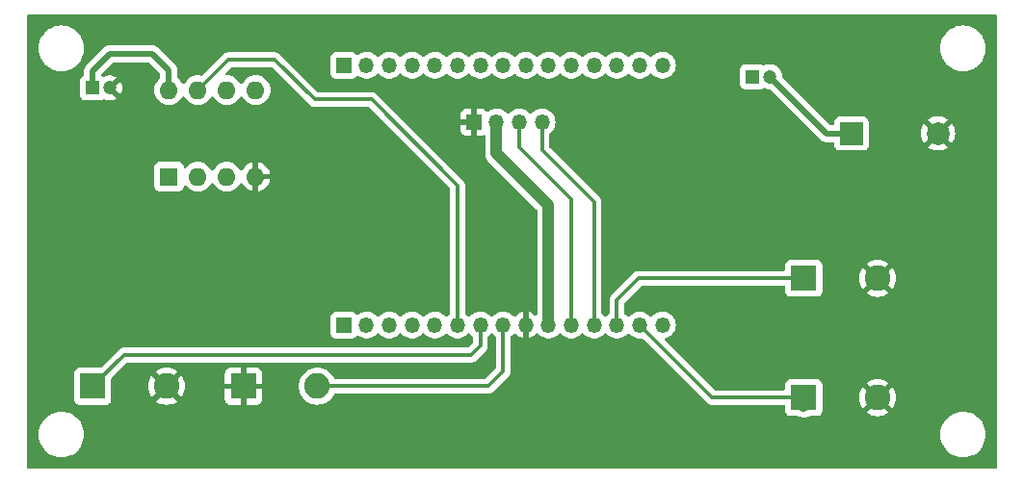
<source format=gbr>
%TF.GenerationSoftware,KiCad,Pcbnew,8.0.4*%
%TF.CreationDate,2024-12-14T18:04:40+05:30*%
%TF.ProjectId,snakeGameConsole,736e616b-6547-4616-9d65-436f6e736f6c,rev?*%
%TF.SameCoordinates,Original*%
%TF.FileFunction,Copper,L1,Top*%
%TF.FilePolarity,Positive*%
%FSLAX46Y46*%
G04 Gerber Fmt 4.6, Leading zero omitted, Abs format (unit mm)*
G04 Created by KiCad (PCBNEW 8.0.4) date 2024-12-14 18:04:40*
%MOMM*%
%LPD*%
G01*
G04 APERTURE LIST*
%TA.AperFunction,ComponentPad*%
%ADD10R,2.000000X2.000000*%
%TD*%
%TA.AperFunction,ComponentPad*%
%ADD11C,2.000000*%
%TD*%
%TA.AperFunction,ComponentPad*%
%ADD12R,2.250000X2.250000*%
%TD*%
%TA.AperFunction,ComponentPad*%
%ADD13C,2.250000*%
%TD*%
%TA.AperFunction,ComponentPad*%
%ADD14R,1.200000X1.200000*%
%TD*%
%TA.AperFunction,ComponentPad*%
%ADD15C,1.200000*%
%TD*%
%TA.AperFunction,ComponentPad*%
%ADD16R,1.600000X1.600000*%
%TD*%
%TA.AperFunction,ComponentPad*%
%ADD17O,1.600000X1.600000*%
%TD*%
%TA.AperFunction,ComponentPad*%
%ADD18R,1.350000X1.350000*%
%TD*%
%TA.AperFunction,ComponentPad*%
%ADD19O,1.350000X1.350000*%
%TD*%
%TA.AperFunction,Conductor*%
%ADD20C,0.500000*%
%TD*%
%TA.AperFunction,Conductor*%
%ADD21C,0.300000*%
%TD*%
%TA.AperFunction,Conductor*%
%ADD22C,1.000000*%
%TD*%
G04 APERTURE END LIST*
D10*
%TO.P,LS1,1,1*%
%TO.N,AMP_OUT*%
X173200000Y-96000000D03*
D11*
%TO.P,LS1,2,2*%
%TO.N,GND*%
X180800000Y-96000000D03*
%TD*%
D12*
%TO.P,SW3,1,1*%
%TO.N,LEFT*%
X106500000Y-118250000D03*
D13*
%TO.P,SW3,2,2*%
%TO.N,GND*%
X113000000Y-118250000D03*
%TD*%
D14*
%TO.P,C1,1*%
%TO.N,Net-(C1-Pad1)*%
X106500000Y-92000000D03*
D15*
%TO.P,C1,2*%
%TO.N,GND*%
X108000000Y-92000000D03*
%TD*%
D16*
%TO.P,U1,1,Out_1*%
%TO.N,Net-(U1-Out_1)*%
X113200000Y-99800000D03*
D17*
%TO.P,U1,2,VCC*%
%TO.N,3.3v*%
X115740000Y-99800000D03*
%TO.P,U1,3,Out_2*%
%TO.N,unconnected-(U1-Out_2-Pad3)*%
X118280000Y-99800000D03*
%TO.P,U1,4,GND*%
%TO.N,GND*%
X120820000Y-99800000D03*
%TO.P,U1,5,IN(+)*%
%TO.N,unconnected-(U1-IN(+)-Pad5)*%
X120820000Y-92180000D03*
%TO.P,U1,6,IN(-)*%
%TO.N,unconnected-(U1-IN(-)-Pad6)*%
X118280000Y-92180000D03*
%TO.P,U1,7,IN(+)*%
%TO.N,SPK*%
X115740000Y-92180000D03*
%TO.P,U1,8,IN(-)*%
%TO.N,Net-(C1-Pad1)*%
X113200000Y-92180000D03*
%TD*%
D12*
%TO.P,SW1,1,1*%
%TO.N,UP*%
X169000000Y-108750000D03*
D13*
%TO.P,SW1,2,2*%
%TO.N,GND*%
X175500000Y-108750000D03*
%TD*%
D12*
%TO.P,SW2,1,1*%
%TO.N,GND*%
X119750000Y-118250000D03*
D13*
%TO.P,SW2,2,2*%
%TO.N,RIGHT*%
X126250000Y-118250000D03*
%TD*%
D12*
%TO.P,SW4,1,1*%
%TO.N,DOWN*%
X169000000Y-119250000D03*
D13*
%TO.P,SW4,2,2*%
%TO.N,GND*%
X175500000Y-119250000D03*
%TD*%
D14*
%TO.P,C2,1*%
%TO.N,Net-(U1-Out_1)*%
X164500000Y-91000000D03*
D15*
%TO.P,C2,2*%
%TO.N,AMP_OUT*%
X166000000Y-91000000D03*
%TD*%
D18*
%TO.P,J3,1,Pin_1*%
%TO.N,GND*%
X140000000Y-95000000D03*
D19*
%TO.P,J3,2,Pin_2*%
%TO.N,3.3v*%
X142000000Y-95000000D03*
%TO.P,J3,3,Pin_3*%
%TO.N,SCK*%
X144000000Y-95000000D03*
%TO.P,J3,4,Pin_4*%
%TO.N,SDA*%
X146000000Y-95000000D03*
%TD*%
D18*
%TO.P,J6,1,Pin_1*%
%TO.N,unconnected-(J6-Pin_1-Pad1)*%
X128570000Y-90000000D03*
D19*
%TO.P,J6,2,Pin_2*%
%TO.N,unconnected-(J6-Pin_2-Pad2)*%
X130570000Y-90000000D03*
%TO.P,J6,3,Pin_3*%
%TO.N,unconnected-(J6-Pin_3-Pad3)*%
X132570000Y-90000000D03*
%TO.P,J6,4,Pin_4*%
%TO.N,unconnected-(J6-Pin_4-Pad4)*%
X134570000Y-90000000D03*
%TO.P,J6,5,Pin_5*%
%TO.N,unconnected-(J6-Pin_5-Pad5)*%
X136570000Y-90000000D03*
%TO.P,J6,6,Pin_6*%
%TO.N,unconnected-(J6-Pin_6-Pad6)*%
X138570000Y-90000000D03*
%TO.P,J6,7,Pin_7*%
%TO.N,unconnected-(J6-Pin_7-Pad7)*%
X140570000Y-90000000D03*
%TO.P,J6,8,Pin_8*%
%TO.N,unconnected-(J6-Pin_8-Pad8)*%
X142570000Y-90000000D03*
%TO.P,J6,9,Pin_9*%
%TO.N,unconnected-(J6-Pin_9-Pad9)*%
X144570000Y-90000000D03*
%TO.P,J6,10,Pin_10*%
%TO.N,unconnected-(J6-Pin_10-Pad10)*%
X146570000Y-90000000D03*
%TO.P,J6,11,Pin_11*%
%TO.N,unconnected-(J6-Pin_11-Pad11)*%
X148570000Y-90000000D03*
%TO.P,J6,12,Pin_12*%
%TO.N,unconnected-(J6-Pin_12-Pad12)*%
X150570000Y-90000000D03*
%TO.P,J6,13,Pin_13*%
%TO.N,unconnected-(J6-Pin_13-Pad13)*%
X152570000Y-90000000D03*
%TO.P,J6,14,Pin_14*%
%TO.N,unconnected-(J6-Pin_14-Pad14)*%
X154570000Y-90000000D03*
%TO.P,J6,15,Pin_15*%
%TO.N,unconnected-(J6-Pin_15-Pad15)*%
X156570000Y-90000000D03*
%TD*%
D18*
%TO.P,J1,1,Pin_1*%
%TO.N,unconnected-(J1-Pin_1-Pad1)*%
X128570000Y-112860000D03*
D19*
%TO.P,J1,2,Pin_2*%
%TO.N,unconnected-(J1-Pin_2-Pad2)*%
X130570000Y-112860000D03*
%TO.P,J1,3,Pin_3*%
%TO.N,unconnected-(J1-Pin_3-Pad3)*%
X132570000Y-112860000D03*
%TO.P,J1,4,Pin_4*%
%TO.N,unconnected-(J1-Pin_4-Pad4)*%
X134570000Y-112860000D03*
%TO.P,J1,5,Pin_5*%
%TO.N,unconnected-(J1-Pin_5-Pad5)*%
X136570000Y-112860000D03*
%TO.P,J1,6,Pin_6*%
%TO.N,SPK*%
X138570000Y-112860000D03*
%TO.P,J1,7,Pin_7*%
%TO.N,LEFT*%
X140570000Y-112860000D03*
%TO.P,J1,8,Pin_8*%
%TO.N,RIGHT*%
X142570000Y-112860000D03*
%TO.P,J1,9,Pin_9*%
%TO.N,GND*%
X144570000Y-112860000D03*
%TO.P,J1,10,Pin_10*%
%TO.N,3.3v*%
X146570000Y-112860000D03*
%TO.P,J1,11,Pin_11*%
%TO.N,SCK*%
X148570000Y-112860000D03*
%TO.P,J1,12,Pin_12*%
%TO.N,SDA*%
X150570000Y-112860000D03*
%TO.P,J1,13,Pin_13*%
%TO.N,UP*%
X152570000Y-112860000D03*
%TO.P,J1,14,Pin_14*%
%TO.N,DOWN*%
X154570000Y-112860000D03*
%TO.P,J1,15,Pin_15*%
%TO.N,unconnected-(J1-Pin_15-Pad15)*%
X156570000Y-112860000D03*
%TD*%
D20*
%TO.N,AMP_OUT*%
X166000000Y-91000000D02*
X171000000Y-96000000D01*
X171000000Y-96000000D02*
X173200000Y-96000000D01*
D21*
%TO.N,SPK*%
X138570000Y-112860000D02*
X138570000Y-100570000D01*
X118420000Y-89500000D02*
X115740000Y-92180000D01*
X138570000Y-100570000D02*
X131000000Y-93000000D01*
X131000000Y-93000000D02*
X126000000Y-93000000D01*
X126000000Y-93000000D02*
X122500000Y-89500000D01*
X122500000Y-89500000D02*
X118420000Y-89500000D01*
%TO.N,SCK*%
X148570000Y-101820000D02*
X148570000Y-112860000D01*
X144000000Y-95000000D02*
X144000000Y-97250000D01*
X144000000Y-97250000D02*
X148570000Y-101820000D01*
%TO.N,LEFT*%
X140570000Y-114680000D02*
X140570000Y-112860000D01*
X106500000Y-118250000D02*
X109250000Y-115500000D01*
X139750000Y-115500000D02*
X140570000Y-114680000D01*
X109250000Y-115500000D02*
X139750000Y-115500000D01*
%TO.N,SDA*%
X146000000Y-97500000D02*
X150570000Y-102070000D01*
X146000000Y-95000000D02*
X146000000Y-97500000D01*
X150570000Y-102070000D02*
X150570000Y-112860000D01*
%TO.N,UP*%
X154500000Y-108750000D02*
X169000000Y-108750000D01*
X152570000Y-112860000D02*
X152570000Y-110680000D01*
X152570000Y-110680000D02*
X154500000Y-108750000D01*
D22*
%TO.N,3.3v*%
X146570000Y-102320000D02*
X146570000Y-112860000D01*
X142000000Y-95000000D02*
X142000000Y-97750000D01*
X142000000Y-97750000D02*
X146570000Y-102320000D01*
D21*
%TO.N,RIGHT*%
X126250000Y-118250000D02*
X141250000Y-118250000D01*
X141250000Y-118250000D02*
X142570000Y-116930000D01*
X142570000Y-116930000D02*
X142570000Y-112860000D01*
%TO.N,DOWN*%
X154570000Y-112860000D02*
X160960000Y-119250000D01*
D22*
X169000000Y-119250000D02*
X169000000Y-120000000D01*
D21*
X160960000Y-119250000D02*
X169000000Y-119250000D01*
D20*
%TO.N,Net-(C1-Pad1)*%
X113200000Y-92180000D02*
X113200000Y-90450000D01*
X111750000Y-89000000D02*
X108000000Y-89000000D01*
X113200000Y-90450000D02*
X111750000Y-89000000D01*
X108000000Y-89000000D02*
X106500000Y-90500000D01*
X106500000Y-90500000D02*
X106500000Y-92000000D01*
%TD*%
%TA.AperFunction,Conductor*%
%TO.N,GND*%
G36*
X185942539Y-85520185D02*
G01*
X185988294Y-85572989D01*
X185999500Y-85624500D01*
X185999500Y-125375500D01*
X185979815Y-125442539D01*
X185927011Y-125488294D01*
X185875500Y-125499500D01*
X100874500Y-125499500D01*
X100807461Y-125479815D01*
X100761706Y-125427011D01*
X100750500Y-125375500D01*
X100750500Y-122499998D01*
X101744390Y-122499998D01*
X101744390Y-122500001D01*
X101764804Y-122785433D01*
X101825628Y-123065037D01*
X101925635Y-123333166D01*
X102062770Y-123584309D01*
X102062775Y-123584317D01*
X102234254Y-123813387D01*
X102234270Y-123813405D01*
X102436594Y-124015729D01*
X102436612Y-124015745D01*
X102665682Y-124187224D01*
X102665690Y-124187229D01*
X102916833Y-124324364D01*
X102916832Y-124324364D01*
X102916836Y-124324365D01*
X102916839Y-124324367D01*
X103184954Y-124424369D01*
X103184960Y-124424370D01*
X103184962Y-124424371D01*
X103464566Y-124485195D01*
X103464568Y-124485195D01*
X103464572Y-124485196D01*
X103718220Y-124503337D01*
X103749999Y-124505610D01*
X103750000Y-124505610D01*
X103750001Y-124505610D01*
X103778595Y-124503564D01*
X104035428Y-124485196D01*
X104315046Y-124424369D01*
X104583161Y-124324367D01*
X104834315Y-124187226D01*
X105063395Y-124015739D01*
X105265739Y-123813395D01*
X105437226Y-123584315D01*
X105574367Y-123333161D01*
X105674369Y-123065046D01*
X105735196Y-122785428D01*
X105755610Y-122500000D01*
X105755610Y-122499998D01*
X180994390Y-122499998D01*
X180994390Y-122500001D01*
X181014804Y-122785433D01*
X181075628Y-123065037D01*
X181175635Y-123333166D01*
X181312770Y-123584309D01*
X181312775Y-123584317D01*
X181484254Y-123813387D01*
X181484270Y-123813405D01*
X181686594Y-124015729D01*
X181686612Y-124015745D01*
X181915682Y-124187224D01*
X181915690Y-124187229D01*
X182166833Y-124324364D01*
X182166832Y-124324364D01*
X182166836Y-124324365D01*
X182166839Y-124324367D01*
X182434954Y-124424369D01*
X182434960Y-124424370D01*
X182434962Y-124424371D01*
X182714566Y-124485195D01*
X182714568Y-124485195D01*
X182714572Y-124485196D01*
X182968220Y-124503337D01*
X182999999Y-124505610D01*
X183000000Y-124505610D01*
X183000001Y-124505610D01*
X183028595Y-124503564D01*
X183285428Y-124485196D01*
X183565046Y-124424369D01*
X183833161Y-124324367D01*
X184084315Y-124187226D01*
X184313395Y-124015739D01*
X184515739Y-123813395D01*
X184687226Y-123584315D01*
X184824367Y-123333161D01*
X184924369Y-123065046D01*
X184985196Y-122785428D01*
X185005610Y-122500000D01*
X184985196Y-122214572D01*
X184924369Y-121934954D01*
X184824367Y-121666839D01*
X184744025Y-121519705D01*
X184687229Y-121415690D01*
X184687224Y-121415682D01*
X184515745Y-121186612D01*
X184515729Y-121186594D01*
X184313405Y-120984270D01*
X184313387Y-120984254D01*
X184084317Y-120812775D01*
X184084309Y-120812770D01*
X183833166Y-120675635D01*
X183833167Y-120675635D01*
X183676858Y-120617335D01*
X183565046Y-120575631D01*
X183565043Y-120575630D01*
X183565037Y-120575628D01*
X183285433Y-120514804D01*
X183000001Y-120494390D01*
X182999999Y-120494390D01*
X182714566Y-120514804D01*
X182434962Y-120575628D01*
X182166833Y-120675635D01*
X181915690Y-120812770D01*
X181915682Y-120812775D01*
X181686612Y-120984254D01*
X181686594Y-120984270D01*
X181484270Y-121186594D01*
X181484254Y-121186612D01*
X181312775Y-121415682D01*
X181312770Y-121415690D01*
X181175635Y-121666833D01*
X181075628Y-121934962D01*
X181014804Y-122214566D01*
X180994390Y-122499998D01*
X105755610Y-122499998D01*
X105735196Y-122214572D01*
X105674369Y-121934954D01*
X105574367Y-121666839D01*
X105494025Y-121519705D01*
X105437229Y-121415690D01*
X105437224Y-121415682D01*
X105265745Y-121186612D01*
X105265729Y-121186594D01*
X105063405Y-120984270D01*
X105063387Y-120984254D01*
X104834317Y-120812775D01*
X104834309Y-120812770D01*
X104583166Y-120675635D01*
X104583167Y-120675635D01*
X104426858Y-120617335D01*
X104315046Y-120575631D01*
X104315043Y-120575630D01*
X104315037Y-120575628D01*
X104035433Y-120514804D01*
X103750001Y-120494390D01*
X103749999Y-120494390D01*
X103464566Y-120514804D01*
X103184962Y-120575628D01*
X102916833Y-120675635D01*
X102665690Y-120812770D01*
X102665682Y-120812775D01*
X102436612Y-120984254D01*
X102436594Y-120984270D01*
X102234270Y-121186594D01*
X102234254Y-121186612D01*
X102062775Y-121415682D01*
X102062770Y-121415690D01*
X101925635Y-121666833D01*
X101825628Y-121934962D01*
X101764804Y-122214566D01*
X101744390Y-122499998D01*
X100750500Y-122499998D01*
X100750500Y-117077129D01*
X104874500Y-117077129D01*
X104874500Y-119422870D01*
X104874501Y-119422876D01*
X104880908Y-119482483D01*
X104931202Y-119617328D01*
X104931206Y-119617335D01*
X105017452Y-119732544D01*
X105017455Y-119732547D01*
X105132664Y-119818793D01*
X105132671Y-119818797D01*
X105267517Y-119869091D01*
X105267516Y-119869091D01*
X105274444Y-119869835D01*
X105327127Y-119875500D01*
X107672872Y-119875499D01*
X107732483Y-119869091D01*
X107867331Y-119818796D01*
X107982546Y-119732546D01*
X108068796Y-119617331D01*
X108119091Y-119482483D01*
X108125500Y-119422873D01*
X108125499Y-118250000D01*
X111369975Y-118250000D01*
X111390042Y-118504989D01*
X111449752Y-118753702D01*
X111547634Y-118990012D01*
X111547636Y-118990015D01*
X111681277Y-119208098D01*
X111681284Y-119208107D01*
X111684533Y-119211912D01*
X112398958Y-118497487D01*
X112423978Y-118557890D01*
X112495112Y-118664351D01*
X112585649Y-118754888D01*
X112692110Y-118826022D01*
X112752511Y-118851041D01*
X112038087Y-119565465D01*
X112041897Y-119568719D01*
X112259984Y-119702363D01*
X112259987Y-119702365D01*
X112496297Y-119800247D01*
X112745011Y-119859957D01*
X112745010Y-119859957D01*
X113000000Y-119880024D01*
X113254989Y-119859957D01*
X113503702Y-119800247D01*
X113740012Y-119702365D01*
X113740015Y-119702363D01*
X113958095Y-119568724D01*
X113958110Y-119568713D01*
X113961911Y-119565466D01*
X113961911Y-119565464D01*
X113247489Y-118851041D01*
X113307890Y-118826022D01*
X113414351Y-118754888D01*
X113504888Y-118664351D01*
X113576022Y-118557890D01*
X113601041Y-118497488D01*
X114315464Y-119211911D01*
X114315466Y-119211911D01*
X114318713Y-119208110D01*
X114318724Y-119208095D01*
X114452363Y-118990015D01*
X114452365Y-118990012D01*
X114550247Y-118753702D01*
X114609957Y-118504989D01*
X114630024Y-118250000D01*
X114609957Y-117995010D01*
X114550247Y-117746297D01*
X114452365Y-117509987D01*
X114452363Y-117509984D01*
X114318719Y-117291897D01*
X114315465Y-117288087D01*
X113601041Y-118002511D01*
X113576022Y-117942110D01*
X113504888Y-117835649D01*
X113414351Y-117745112D01*
X113307890Y-117673978D01*
X113247488Y-117648958D01*
X113819290Y-117077155D01*
X118125000Y-117077155D01*
X118125000Y-118000000D01*
X119149999Y-118000000D01*
X119124979Y-118060402D01*
X119100000Y-118185981D01*
X119100000Y-118314019D01*
X119124979Y-118439598D01*
X119149999Y-118500000D01*
X118125000Y-118500000D01*
X118125000Y-119422844D01*
X118131401Y-119482372D01*
X118131403Y-119482379D01*
X118181645Y-119617086D01*
X118181649Y-119617093D01*
X118267809Y-119732187D01*
X118267812Y-119732190D01*
X118382906Y-119818350D01*
X118382913Y-119818354D01*
X118517620Y-119868596D01*
X118517627Y-119868598D01*
X118577155Y-119874999D01*
X118577172Y-119875000D01*
X119500000Y-119875000D01*
X119500000Y-118850001D01*
X119560402Y-118875021D01*
X119685981Y-118900000D01*
X119814019Y-118900000D01*
X119939598Y-118875021D01*
X120000000Y-118850001D01*
X120000000Y-119875000D01*
X120922828Y-119875000D01*
X120922844Y-119874999D01*
X120982372Y-119868598D01*
X120982379Y-119868596D01*
X121117086Y-119818354D01*
X121117093Y-119818350D01*
X121232187Y-119732190D01*
X121232190Y-119732187D01*
X121318350Y-119617093D01*
X121318354Y-119617086D01*
X121368596Y-119482379D01*
X121368598Y-119482372D01*
X121374999Y-119422844D01*
X121375000Y-119422827D01*
X121375000Y-118500000D01*
X120350001Y-118500000D01*
X120375021Y-118439598D01*
X120400000Y-118314019D01*
X120400000Y-118185981D01*
X120375021Y-118060402D01*
X120350001Y-118000000D01*
X121375000Y-118000000D01*
X121375000Y-117077172D01*
X121374999Y-117077155D01*
X121368598Y-117017627D01*
X121368596Y-117017620D01*
X121318354Y-116882913D01*
X121318350Y-116882906D01*
X121232190Y-116767812D01*
X121232187Y-116767809D01*
X121117093Y-116681649D01*
X121117086Y-116681645D01*
X120982379Y-116631403D01*
X120982372Y-116631401D01*
X120922844Y-116625000D01*
X120000000Y-116625000D01*
X120000000Y-117649998D01*
X119939598Y-117624979D01*
X119814019Y-117600000D01*
X119685981Y-117600000D01*
X119560402Y-117624979D01*
X119500000Y-117649998D01*
X119500000Y-116625000D01*
X118577155Y-116625000D01*
X118517627Y-116631401D01*
X118517620Y-116631403D01*
X118382913Y-116681645D01*
X118382906Y-116681649D01*
X118267812Y-116767809D01*
X118267809Y-116767812D01*
X118181649Y-116882906D01*
X118181645Y-116882913D01*
X118131403Y-117017620D01*
X118131401Y-117017627D01*
X118125000Y-117077155D01*
X113819290Y-117077155D01*
X113961912Y-116934533D01*
X113958107Y-116931284D01*
X113958098Y-116931277D01*
X113740015Y-116797636D01*
X113740012Y-116797634D01*
X113503702Y-116699752D01*
X113254988Y-116640042D01*
X113254989Y-116640042D01*
X113000000Y-116619975D01*
X112745010Y-116640042D01*
X112496297Y-116699752D01*
X112259987Y-116797634D01*
X112259984Y-116797636D01*
X112041893Y-116931282D01*
X112038086Y-116934532D01*
X112752512Y-117648958D01*
X112692110Y-117673978D01*
X112585649Y-117745112D01*
X112495112Y-117835649D01*
X112423978Y-117942110D01*
X112398958Y-118002512D01*
X111684532Y-117288086D01*
X111681282Y-117291893D01*
X111547636Y-117509984D01*
X111547634Y-117509987D01*
X111449752Y-117746297D01*
X111390042Y-117995010D01*
X111369975Y-118250000D01*
X108125499Y-118250000D01*
X108125499Y-117595806D01*
X108145184Y-117528768D01*
X108161813Y-117508131D01*
X109483127Y-116186819D01*
X109544450Y-116153334D01*
X109570808Y-116150500D01*
X139814071Y-116150500D01*
X139898615Y-116133682D01*
X139939744Y-116125501D01*
X140058127Y-116076465D01*
X140164669Y-116005277D01*
X141075276Y-115094669D01*
X141146465Y-114988127D01*
X141195501Y-114869744D01*
X141199528Y-114849500D01*
X141200092Y-114846666D01*
X141220500Y-114744071D01*
X141220500Y-113908882D01*
X141240185Y-113841843D01*
X141276965Y-113805676D01*
X141276862Y-113805539D01*
X141277911Y-113804746D01*
X141279226Y-113803453D01*
X141281432Y-113802088D01*
X141442427Y-113655322D01*
X141471047Y-113617422D01*
X141527153Y-113575787D01*
X141596865Y-113571094D01*
X141658048Y-113604836D01*
X141668946Y-113617414D01*
X141697573Y-113655322D01*
X141697576Y-113655325D01*
X141697578Y-113655327D01*
X141858563Y-113802084D01*
X141858564Y-113802085D01*
X141858568Y-113802088D01*
X141860773Y-113803453D01*
X141861605Y-113804381D01*
X141863138Y-113805539D01*
X141862911Y-113805838D01*
X141907410Y-113855476D01*
X141919500Y-113908882D01*
X141919500Y-116609192D01*
X141899815Y-116676231D01*
X141883181Y-116696873D01*
X141016873Y-117563181D01*
X140955550Y-117596666D01*
X140929192Y-117599500D01*
X127822836Y-117599500D01*
X127755797Y-117579815D01*
X127710042Y-117527011D01*
X127708274Y-117522951D01*
X127702808Y-117509755D01*
X127635966Y-117400679D01*
X127569123Y-117291601D01*
X127569122Y-117291600D01*
X127569121Y-117291598D01*
X127509319Y-117221579D01*
X127402956Y-117097044D01*
X127282389Y-116994070D01*
X127208401Y-116930878D01*
X127208396Y-116930875D01*
X126990242Y-116797190D01*
X126990239Y-116797188D01*
X126753864Y-116699279D01*
X126753860Y-116699278D01*
X126505070Y-116639548D01*
X126505067Y-116639547D01*
X126505064Y-116639547D01*
X126250000Y-116619474D01*
X125994935Y-116639547D01*
X125994931Y-116639547D01*
X125994930Y-116639548D01*
X125907435Y-116660554D01*
X125746135Y-116699279D01*
X125509760Y-116797188D01*
X125509757Y-116797190D01*
X125291603Y-116930875D01*
X125291598Y-116930878D01*
X125097044Y-117097044D01*
X124930878Y-117291598D01*
X124930875Y-117291603D01*
X124797190Y-117509757D01*
X124797188Y-117509760D01*
X124699279Y-117746135D01*
X124669413Y-117870535D01*
X124654049Y-117934532D01*
X124639547Y-117994935D01*
X124619474Y-118250000D01*
X124639547Y-118505064D01*
X124639547Y-118505067D01*
X124639548Y-118505070D01*
X124657493Y-118579815D01*
X124699279Y-118753864D01*
X124797188Y-118990239D01*
X124797190Y-118990242D01*
X124930875Y-119208396D01*
X124930878Y-119208401D01*
X125006200Y-119296591D01*
X125097044Y-119402956D01*
X125216510Y-119504989D01*
X125291598Y-119569121D01*
X125291600Y-119569122D01*
X125291601Y-119569123D01*
X125370276Y-119617335D01*
X125509757Y-119702809D01*
X125509760Y-119702811D01*
X125744993Y-119800247D01*
X125746140Y-119800722D01*
X125994930Y-119860452D01*
X126250000Y-119880526D01*
X126505070Y-119860452D01*
X126753860Y-119800722D01*
X126918449Y-119732547D01*
X126990239Y-119702811D01*
X126990240Y-119702810D01*
X126990243Y-119702809D01*
X127208399Y-119569123D01*
X127402956Y-119402956D01*
X127569123Y-119208399D01*
X127702809Y-118990243D01*
X127708274Y-118977048D01*
X127752114Y-118922645D01*
X127818408Y-118900579D01*
X127822836Y-118900500D01*
X141314071Y-118900500D01*
X141398615Y-118883682D01*
X141439744Y-118875501D01*
X141558127Y-118826465D01*
X141585222Y-118808361D01*
X141664669Y-118755277D01*
X143075277Y-117344669D01*
X143146465Y-117238127D01*
X143195501Y-117119744D01*
X143203978Y-117077127D01*
X143220500Y-116994069D01*
X143220500Y-113908882D01*
X143240185Y-113841843D01*
X143276965Y-113805676D01*
X143276862Y-113805539D01*
X143277911Y-113804746D01*
X143279226Y-113803453D01*
X143281432Y-113802088D01*
X143442427Y-113655322D01*
X143471359Y-113617009D01*
X143527465Y-113575373D01*
X143597177Y-113570680D01*
X143658360Y-113604421D01*
X143669267Y-113617009D01*
X143697942Y-113654981D01*
X143697949Y-113654989D01*
X143858868Y-113801685D01*
X144044012Y-113916322D01*
X144044023Y-113916327D01*
X144247060Y-113994984D01*
X144320000Y-114008619D01*
X144320000Y-113175686D01*
X144324394Y-113180080D01*
X144415606Y-113232741D01*
X144517339Y-113260000D01*
X144622661Y-113260000D01*
X144724394Y-113232741D01*
X144815606Y-113180080D01*
X144820000Y-113175686D01*
X144820000Y-114008619D01*
X144892939Y-113994984D01*
X145095976Y-113916327D01*
X145095987Y-113916322D01*
X145281130Y-113801685D01*
X145281131Y-113801685D01*
X145442055Y-113654984D01*
X145470730Y-113617012D01*
X145526838Y-113575374D01*
X145596550Y-113570681D01*
X145657733Y-113604422D01*
X145668640Y-113617009D01*
X145687512Y-113642000D01*
X145697573Y-113655322D01*
X145858568Y-113802088D01*
X145858575Y-113802092D01*
X145858576Y-113802093D01*
X146043786Y-113916770D01*
X146043792Y-113916773D01*
X146066664Y-113925633D01*
X146246931Y-113995470D01*
X146461074Y-114035500D01*
X146461076Y-114035500D01*
X146678924Y-114035500D01*
X146678926Y-114035500D01*
X146893069Y-113995470D01*
X147096210Y-113916772D01*
X147281432Y-113802088D01*
X147442427Y-113655322D01*
X147471047Y-113617422D01*
X147527153Y-113575787D01*
X147596865Y-113571094D01*
X147658048Y-113604836D01*
X147668946Y-113617414D01*
X147697573Y-113655322D01*
X147858568Y-113802088D01*
X147858575Y-113802092D01*
X147858576Y-113802093D01*
X148043786Y-113916770D01*
X148043792Y-113916773D01*
X148066664Y-113925633D01*
X148246931Y-113995470D01*
X148461074Y-114035500D01*
X148461076Y-114035500D01*
X148678924Y-114035500D01*
X148678926Y-114035500D01*
X148893069Y-113995470D01*
X149096210Y-113916772D01*
X149281432Y-113802088D01*
X149442427Y-113655322D01*
X149471047Y-113617422D01*
X149527153Y-113575787D01*
X149596865Y-113571094D01*
X149658048Y-113604836D01*
X149668946Y-113617414D01*
X149697573Y-113655322D01*
X149858568Y-113802088D01*
X149858575Y-113802092D01*
X149858576Y-113802093D01*
X150043786Y-113916770D01*
X150043792Y-113916773D01*
X150066664Y-113925633D01*
X150246931Y-113995470D01*
X150461074Y-114035500D01*
X150461076Y-114035500D01*
X150678924Y-114035500D01*
X150678926Y-114035500D01*
X150893069Y-113995470D01*
X151096210Y-113916772D01*
X151281432Y-113802088D01*
X151442427Y-113655322D01*
X151471047Y-113617422D01*
X151527153Y-113575787D01*
X151596865Y-113571094D01*
X151658048Y-113604836D01*
X151668946Y-113617414D01*
X151697573Y-113655322D01*
X151858568Y-113802088D01*
X151858575Y-113802092D01*
X151858576Y-113802093D01*
X152043786Y-113916770D01*
X152043792Y-113916773D01*
X152066664Y-113925633D01*
X152246931Y-113995470D01*
X152461074Y-114035500D01*
X152461076Y-114035500D01*
X152678924Y-114035500D01*
X152678926Y-114035500D01*
X152893069Y-113995470D01*
X153096210Y-113916772D01*
X153281432Y-113802088D01*
X153442427Y-113655322D01*
X153471047Y-113617422D01*
X153527153Y-113575787D01*
X153596865Y-113571094D01*
X153658048Y-113604836D01*
X153668946Y-113617414D01*
X153697573Y-113655322D01*
X153858568Y-113802088D01*
X153858575Y-113802092D01*
X153858576Y-113802093D01*
X154043786Y-113916770D01*
X154043792Y-113916773D01*
X154066664Y-113925633D01*
X154246931Y-113995470D01*
X154461074Y-114035500D01*
X154461076Y-114035500D01*
X154678924Y-114035500D01*
X154678926Y-114035500D01*
X154738213Y-114024417D01*
X154807727Y-114031448D01*
X154848678Y-114058625D01*
X160545325Y-119755272D01*
X160545332Y-119755278D01*
X160651863Y-119826459D01*
X160651867Y-119826461D01*
X160651874Y-119826466D01*
X160715919Y-119852994D01*
X160715920Y-119852994D01*
X160715921Y-119852995D01*
X160754781Y-119869091D01*
X160770256Y-119875501D01*
X160770260Y-119875501D01*
X160770261Y-119875502D01*
X160895928Y-119900500D01*
X160895931Y-119900500D01*
X167250501Y-119900500D01*
X167317540Y-119920185D01*
X167363295Y-119972989D01*
X167374501Y-120024500D01*
X167374501Y-120422876D01*
X167380908Y-120482483D01*
X167431202Y-120617328D01*
X167431206Y-120617335D01*
X167517452Y-120732544D01*
X167517455Y-120732547D01*
X167632664Y-120818793D01*
X167632671Y-120818797D01*
X167677618Y-120835561D01*
X167767517Y-120869091D01*
X167827127Y-120875500D01*
X168474542Y-120875499D01*
X168521994Y-120884938D01*
X168708160Y-120962049D01*
X168708165Y-120962051D01*
X168708169Y-120962051D01*
X168708170Y-120962052D01*
X168901456Y-121000500D01*
X168901459Y-121000500D01*
X169098543Y-121000500D01*
X169228582Y-120974632D01*
X169291835Y-120962051D01*
X169364636Y-120931895D01*
X169478005Y-120884938D01*
X169525457Y-120875499D01*
X170172871Y-120875499D01*
X170172872Y-120875499D01*
X170232483Y-120869091D01*
X170367331Y-120818796D01*
X170482546Y-120732546D01*
X170568796Y-120617331D01*
X170619091Y-120482483D01*
X170625500Y-120422873D01*
X170625499Y-119250000D01*
X173869975Y-119250000D01*
X173890042Y-119504989D01*
X173949752Y-119753702D01*
X174047634Y-119990012D01*
X174047636Y-119990015D01*
X174181277Y-120208098D01*
X174181284Y-120208107D01*
X174184533Y-120211912D01*
X174898958Y-119497487D01*
X174923978Y-119557890D01*
X174995112Y-119664351D01*
X175085649Y-119754888D01*
X175192110Y-119826022D01*
X175252511Y-119851041D01*
X174538087Y-120565465D01*
X174541897Y-120568719D01*
X174759984Y-120702363D01*
X174759987Y-120702365D01*
X174996297Y-120800247D01*
X175245011Y-120859957D01*
X175245010Y-120859957D01*
X175500000Y-120880024D01*
X175754989Y-120859957D01*
X176003702Y-120800247D01*
X176240012Y-120702365D01*
X176240015Y-120702363D01*
X176458095Y-120568724D01*
X176458110Y-120568713D01*
X176461911Y-120565466D01*
X176461911Y-120565464D01*
X175747489Y-119851041D01*
X175807890Y-119826022D01*
X175914351Y-119754888D01*
X176004888Y-119664351D01*
X176076022Y-119557890D01*
X176101041Y-119497488D01*
X176815464Y-120211911D01*
X176815466Y-120211911D01*
X176818713Y-120208110D01*
X176818724Y-120208095D01*
X176952363Y-119990015D01*
X176952365Y-119990012D01*
X177050247Y-119753702D01*
X177109957Y-119504989D01*
X177130024Y-119250000D01*
X177109957Y-118995010D01*
X177050247Y-118746297D01*
X176952365Y-118509987D01*
X176952363Y-118509984D01*
X176818719Y-118291897D01*
X176815465Y-118288087D01*
X176101041Y-119002511D01*
X176076022Y-118942110D01*
X176004888Y-118835649D01*
X175914351Y-118745112D01*
X175807890Y-118673978D01*
X175747488Y-118648958D01*
X176461912Y-117934533D01*
X176458107Y-117931284D01*
X176458098Y-117931277D01*
X176240015Y-117797636D01*
X176240012Y-117797634D01*
X176003702Y-117699752D01*
X175754988Y-117640042D01*
X175754989Y-117640042D01*
X175500000Y-117619975D01*
X175245010Y-117640042D01*
X174996297Y-117699752D01*
X174759987Y-117797634D01*
X174759984Y-117797636D01*
X174541893Y-117931282D01*
X174538086Y-117934532D01*
X175252512Y-118648958D01*
X175192110Y-118673978D01*
X175085649Y-118745112D01*
X174995112Y-118835649D01*
X174923978Y-118942110D01*
X174898958Y-119002512D01*
X174184532Y-118288086D01*
X174181282Y-118291893D01*
X174047636Y-118509984D01*
X174047634Y-118509987D01*
X173949752Y-118746297D01*
X173890042Y-118995010D01*
X173869975Y-119250000D01*
X170625499Y-119250000D01*
X170625499Y-118077128D01*
X170619091Y-118017517D01*
X170610696Y-117995010D01*
X170568797Y-117882671D01*
X170568793Y-117882664D01*
X170482547Y-117767455D01*
X170482544Y-117767452D01*
X170367335Y-117681206D01*
X170367328Y-117681202D01*
X170232482Y-117630908D01*
X170232483Y-117630908D01*
X170172883Y-117624501D01*
X170172881Y-117624500D01*
X170172873Y-117624500D01*
X170172864Y-117624500D01*
X167827129Y-117624500D01*
X167827123Y-117624501D01*
X167767516Y-117630908D01*
X167632671Y-117681202D01*
X167632664Y-117681206D01*
X167517455Y-117767452D01*
X167517452Y-117767455D01*
X167431206Y-117882664D01*
X167431202Y-117882671D01*
X167380908Y-118017517D01*
X167376298Y-118060402D01*
X167374501Y-118077123D01*
X167374500Y-118077135D01*
X167374500Y-118475500D01*
X167354815Y-118542539D01*
X167302011Y-118588294D01*
X167250500Y-118599500D01*
X161280808Y-118599500D01*
X161213769Y-118579815D01*
X161193127Y-118563181D01*
X156833904Y-114203958D01*
X156800419Y-114142635D01*
X156805403Y-114072943D01*
X156847275Y-114017010D01*
X156887655Y-113997009D01*
X156893051Y-113995473D01*
X156893069Y-113995470D01*
X157096210Y-113916772D01*
X157281432Y-113802088D01*
X157442427Y-113655322D01*
X157573712Y-113481472D01*
X157670817Y-113286459D01*
X157730435Y-113076923D01*
X157750536Y-112860000D01*
X157730435Y-112643077D01*
X157670817Y-112433541D01*
X157573712Y-112238528D01*
X157442427Y-112064678D01*
X157415016Y-112039690D01*
X157325996Y-111958537D01*
X157281432Y-111917912D01*
X157281428Y-111917909D01*
X157281423Y-111917906D01*
X157096213Y-111803229D01*
X157096207Y-111803226D01*
X157011113Y-111770260D01*
X156893069Y-111724530D01*
X156678926Y-111684500D01*
X156461074Y-111684500D01*
X156246931Y-111724530D01*
X156203896Y-111741202D01*
X156043792Y-111803226D01*
X156043786Y-111803229D01*
X155858576Y-111917906D01*
X155858566Y-111917913D01*
X155697573Y-112064676D01*
X155668953Y-112102576D01*
X155612844Y-112144211D01*
X155543132Y-112148902D01*
X155481950Y-112115159D01*
X155471047Y-112102576D01*
X155442426Y-112064676D01*
X155281433Y-111917913D01*
X155281423Y-111917906D01*
X155096213Y-111803229D01*
X155096207Y-111803226D01*
X155011113Y-111770260D01*
X154893069Y-111724530D01*
X154678926Y-111684500D01*
X154461074Y-111684500D01*
X154246931Y-111724530D01*
X154203896Y-111741202D01*
X154043792Y-111803226D01*
X154043786Y-111803229D01*
X153858576Y-111917906D01*
X153858566Y-111917913D01*
X153697573Y-112064676D01*
X153668953Y-112102576D01*
X153612844Y-112144211D01*
X153543132Y-112148902D01*
X153481950Y-112115159D01*
X153471047Y-112102576D01*
X153442426Y-112064676D01*
X153281432Y-111917912D01*
X153281430Y-111917910D01*
X153279214Y-111916538D01*
X153278378Y-111915605D01*
X153276856Y-111914456D01*
X153277081Y-111914157D01*
X153232583Y-111864506D01*
X153220500Y-111811116D01*
X153220500Y-111000807D01*
X153240185Y-110933768D01*
X153256819Y-110913126D01*
X154733126Y-109436819D01*
X154794449Y-109403334D01*
X154820807Y-109400500D01*
X167250501Y-109400500D01*
X167317540Y-109420185D01*
X167363295Y-109472989D01*
X167374501Y-109524500D01*
X167374501Y-109922876D01*
X167380908Y-109982483D01*
X167431202Y-110117328D01*
X167431206Y-110117335D01*
X167517452Y-110232544D01*
X167517455Y-110232547D01*
X167632664Y-110318793D01*
X167632671Y-110318797D01*
X167767517Y-110369091D01*
X167767516Y-110369091D01*
X167774444Y-110369835D01*
X167827127Y-110375500D01*
X170172872Y-110375499D01*
X170232483Y-110369091D01*
X170367331Y-110318796D01*
X170482546Y-110232546D01*
X170568796Y-110117331D01*
X170619091Y-109982483D01*
X170625500Y-109922873D01*
X170625499Y-108750000D01*
X173869975Y-108750000D01*
X173890042Y-109004989D01*
X173949752Y-109253702D01*
X174047634Y-109490012D01*
X174047636Y-109490015D01*
X174181277Y-109708098D01*
X174181284Y-109708107D01*
X174184533Y-109711912D01*
X174898958Y-108997487D01*
X174923978Y-109057890D01*
X174995112Y-109164351D01*
X175085649Y-109254888D01*
X175192110Y-109326022D01*
X175252511Y-109351041D01*
X174538087Y-110065465D01*
X174541897Y-110068719D01*
X174759984Y-110202363D01*
X174759987Y-110202365D01*
X174996297Y-110300247D01*
X175245011Y-110359957D01*
X175245010Y-110359957D01*
X175500000Y-110380024D01*
X175754989Y-110359957D01*
X176003702Y-110300247D01*
X176240012Y-110202365D01*
X176240015Y-110202363D01*
X176458095Y-110068724D01*
X176458110Y-110068713D01*
X176461911Y-110065466D01*
X176461911Y-110065464D01*
X175747489Y-109351041D01*
X175807890Y-109326022D01*
X175914351Y-109254888D01*
X176004888Y-109164351D01*
X176076022Y-109057890D01*
X176101041Y-108997488D01*
X176815464Y-109711911D01*
X176815466Y-109711911D01*
X176818713Y-109708110D01*
X176818724Y-109708095D01*
X176952363Y-109490015D01*
X176952365Y-109490012D01*
X177050247Y-109253702D01*
X177109957Y-109004989D01*
X177130024Y-108750000D01*
X177109957Y-108495010D01*
X177050247Y-108246297D01*
X176952365Y-108009987D01*
X176952363Y-108009984D01*
X176818719Y-107791897D01*
X176815465Y-107788087D01*
X176101041Y-108502511D01*
X176076022Y-108442110D01*
X176004888Y-108335649D01*
X175914351Y-108245112D01*
X175807890Y-108173978D01*
X175747488Y-108148958D01*
X176461912Y-107434533D01*
X176458107Y-107431284D01*
X176458098Y-107431277D01*
X176240015Y-107297636D01*
X176240012Y-107297634D01*
X176003702Y-107199752D01*
X175754988Y-107140042D01*
X175754989Y-107140042D01*
X175500000Y-107119975D01*
X175245010Y-107140042D01*
X174996297Y-107199752D01*
X174759987Y-107297634D01*
X174759984Y-107297636D01*
X174541893Y-107431282D01*
X174538086Y-107434532D01*
X175252512Y-108148958D01*
X175192110Y-108173978D01*
X175085649Y-108245112D01*
X174995112Y-108335649D01*
X174923978Y-108442110D01*
X174898958Y-108502512D01*
X174184532Y-107788086D01*
X174181282Y-107791893D01*
X174047636Y-108009984D01*
X174047634Y-108009987D01*
X173949752Y-108246297D01*
X173890042Y-108495010D01*
X173869975Y-108750000D01*
X170625499Y-108750000D01*
X170625499Y-107577128D01*
X170619091Y-107517517D01*
X170586928Y-107431284D01*
X170568797Y-107382671D01*
X170568793Y-107382664D01*
X170482547Y-107267455D01*
X170482544Y-107267452D01*
X170367335Y-107181206D01*
X170367328Y-107181202D01*
X170232482Y-107130908D01*
X170232483Y-107130908D01*
X170172883Y-107124501D01*
X170172881Y-107124500D01*
X170172873Y-107124500D01*
X170172864Y-107124500D01*
X167827129Y-107124500D01*
X167827123Y-107124501D01*
X167767516Y-107130908D01*
X167632671Y-107181202D01*
X167632664Y-107181206D01*
X167517455Y-107267452D01*
X167517452Y-107267455D01*
X167431206Y-107382664D01*
X167431202Y-107382671D01*
X167380908Y-107517517D01*
X167374501Y-107577116D01*
X167374501Y-107577123D01*
X167374500Y-107577135D01*
X167374500Y-107975500D01*
X167354815Y-108042539D01*
X167302011Y-108088294D01*
X167250500Y-108099500D01*
X154435929Y-108099500D01*
X154310261Y-108124497D01*
X154310255Y-108124499D01*
X154191875Y-108173533D01*
X154191866Y-108173538D01*
X154085331Y-108244723D01*
X154085327Y-108244726D01*
X152064727Y-110265325D01*
X152064726Y-110265326D01*
X151995397Y-110369087D01*
X151995395Y-110369089D01*
X151993538Y-110371867D01*
X151993535Y-110371873D01*
X151944499Y-110490255D01*
X151944497Y-110490261D01*
X151919500Y-110615928D01*
X151919500Y-111811116D01*
X151899815Y-111878155D01*
X151863041Y-111914320D01*
X151863144Y-111914456D01*
X151862105Y-111915240D01*
X151860786Y-111916538D01*
X151858569Y-111917910D01*
X151858567Y-111917912D01*
X151697573Y-112064676D01*
X151668953Y-112102576D01*
X151612844Y-112144211D01*
X151543132Y-112148902D01*
X151481950Y-112115159D01*
X151471047Y-112102576D01*
X151442426Y-112064676D01*
X151281432Y-111917912D01*
X151281430Y-111917910D01*
X151279214Y-111916538D01*
X151278378Y-111915605D01*
X151276856Y-111914456D01*
X151277081Y-111914157D01*
X151232583Y-111864506D01*
X151220500Y-111811116D01*
X151220500Y-102005928D01*
X151195502Y-101880261D01*
X151195501Y-101880260D01*
X151195501Y-101880256D01*
X151146465Y-101761873D01*
X151144480Y-101758902D01*
X151142497Y-101755933D01*
X151075275Y-101655328D01*
X146686819Y-97266872D01*
X146653334Y-97205549D01*
X146650500Y-97179191D01*
X146650500Y-96048882D01*
X146670185Y-95981843D01*
X146706965Y-95945676D01*
X146706862Y-95945539D01*
X146707911Y-95944746D01*
X146709226Y-95943453D01*
X146711432Y-95942088D01*
X146872427Y-95795322D01*
X147003712Y-95621472D01*
X147100817Y-95426459D01*
X147160435Y-95216923D01*
X147180536Y-95000000D01*
X147160435Y-94783077D01*
X147100817Y-94573541D01*
X147003712Y-94378528D01*
X146872427Y-94204678D01*
X146711432Y-94057912D01*
X146711428Y-94057909D01*
X146711423Y-94057906D01*
X146526213Y-93943229D01*
X146526207Y-93943226D01*
X146441113Y-93910260D01*
X146323069Y-93864530D01*
X146108926Y-93824500D01*
X145891074Y-93824500D01*
X145676931Y-93864530D01*
X145632753Y-93881645D01*
X145473792Y-93943226D01*
X145473786Y-93943229D01*
X145288576Y-94057906D01*
X145288566Y-94057913D01*
X145127573Y-94204676D01*
X145098953Y-94242576D01*
X145042844Y-94284211D01*
X144973132Y-94288902D01*
X144911950Y-94255159D01*
X144901047Y-94242576D01*
X144872426Y-94204676D01*
X144711433Y-94057913D01*
X144711423Y-94057906D01*
X144526213Y-93943229D01*
X144526207Y-93943226D01*
X144441113Y-93910260D01*
X144323069Y-93864530D01*
X144108926Y-93824500D01*
X143891074Y-93824500D01*
X143676931Y-93864530D01*
X143632753Y-93881645D01*
X143473792Y-93943226D01*
X143473786Y-93943229D01*
X143288576Y-94057906D01*
X143288566Y-94057913D01*
X143127573Y-94204676D01*
X143098953Y-94242576D01*
X143042844Y-94284211D01*
X142973132Y-94288902D01*
X142911950Y-94255159D01*
X142901047Y-94242576D01*
X142872426Y-94204676D01*
X142711433Y-94057913D01*
X142711423Y-94057906D01*
X142526213Y-93943229D01*
X142526207Y-93943226D01*
X142441113Y-93910260D01*
X142323069Y-93864530D01*
X142108926Y-93824500D01*
X141891074Y-93824500D01*
X141676931Y-93864530D01*
X141632753Y-93881645D01*
X141473792Y-93943226D01*
X141473786Y-93943229D01*
X141288565Y-94057913D01*
X141277214Y-94068261D01*
X141214408Y-94098875D01*
X141145021Y-94090674D01*
X141094414Y-94050932D01*
X141032187Y-93967809D01*
X140917093Y-93881649D01*
X140917086Y-93881645D01*
X140782379Y-93831403D01*
X140782372Y-93831401D01*
X140722844Y-93825000D01*
X140250000Y-93825000D01*
X140250000Y-94684314D01*
X140245606Y-94679920D01*
X140154394Y-94627259D01*
X140052661Y-94600000D01*
X139947339Y-94600000D01*
X139845606Y-94627259D01*
X139754394Y-94679920D01*
X139750000Y-94684314D01*
X139750000Y-93825000D01*
X139277155Y-93825000D01*
X139217627Y-93831401D01*
X139217620Y-93831403D01*
X139082913Y-93881645D01*
X139082906Y-93881649D01*
X138967812Y-93967809D01*
X138967809Y-93967812D01*
X138881649Y-94082906D01*
X138881645Y-94082913D01*
X138831403Y-94217620D01*
X138831401Y-94217627D01*
X138825000Y-94277155D01*
X138825000Y-94750000D01*
X139684314Y-94750000D01*
X139679920Y-94754394D01*
X139627259Y-94845606D01*
X139600000Y-94947339D01*
X139600000Y-95052661D01*
X139627259Y-95154394D01*
X139679920Y-95245606D01*
X139684314Y-95250000D01*
X138825000Y-95250000D01*
X138825000Y-95722844D01*
X138831401Y-95782372D01*
X138831403Y-95782379D01*
X138881645Y-95917086D01*
X138881649Y-95917093D01*
X138967809Y-96032187D01*
X138967812Y-96032190D01*
X139082906Y-96118350D01*
X139082913Y-96118354D01*
X139217620Y-96168596D01*
X139217627Y-96168598D01*
X139277155Y-96174999D01*
X139277172Y-96175000D01*
X139750000Y-96175000D01*
X139750000Y-95315686D01*
X139754394Y-95320080D01*
X139845606Y-95372741D01*
X139947339Y-95400000D01*
X140052661Y-95400000D01*
X140154394Y-95372741D01*
X140245606Y-95320080D01*
X140250000Y-95315686D01*
X140250000Y-96175000D01*
X140722828Y-96175000D01*
X140722844Y-96174999D01*
X140782372Y-96168598D01*
X140782376Y-96168597D01*
X140832166Y-96150027D01*
X140901858Y-96145043D01*
X140963181Y-96178528D01*
X140996666Y-96239851D01*
X140999500Y-96266209D01*
X140999500Y-97848541D01*
X140999500Y-97848543D01*
X140999499Y-97848543D01*
X141037947Y-98041829D01*
X141037950Y-98041839D01*
X141113364Y-98223907D01*
X141113371Y-98223920D01*
X141222860Y-98387781D01*
X141222863Y-98387785D01*
X141366537Y-98531459D01*
X141366559Y-98531479D01*
X145533181Y-102698101D01*
X145566666Y-102759424D01*
X145569500Y-102785782D01*
X145569500Y-111900363D01*
X145549815Y-111967402D01*
X145497011Y-112013157D01*
X145427853Y-112023101D01*
X145364297Y-111994076D01*
X145361963Y-111992001D01*
X145281131Y-111918314D01*
X145095987Y-111803677D01*
X145095985Y-111803676D01*
X144892931Y-111725013D01*
X144892921Y-111725010D01*
X144820001Y-111711378D01*
X144820000Y-111711379D01*
X144820000Y-112544314D01*
X144815606Y-112539920D01*
X144724394Y-112487259D01*
X144622661Y-112460000D01*
X144517339Y-112460000D01*
X144415606Y-112487259D01*
X144324394Y-112539920D01*
X144320000Y-112544314D01*
X144320000Y-111711379D01*
X144319998Y-111711378D01*
X144247078Y-111725010D01*
X144247068Y-111725013D01*
X144044014Y-111803676D01*
X144044012Y-111803677D01*
X143858869Y-111918314D01*
X143858868Y-111918314D01*
X143697945Y-112065014D01*
X143669267Y-112102990D01*
X143613157Y-112144626D01*
X143543445Y-112149317D01*
X143482264Y-112115575D01*
X143471359Y-112102990D01*
X143462547Y-112091321D01*
X143442427Y-112064678D01*
X143415016Y-112039690D01*
X143325996Y-111958537D01*
X143281432Y-111917912D01*
X143281428Y-111917909D01*
X143281423Y-111917906D01*
X143096213Y-111803229D01*
X143096207Y-111803226D01*
X143011113Y-111770260D01*
X142893069Y-111724530D01*
X142678926Y-111684500D01*
X142461074Y-111684500D01*
X142246931Y-111724530D01*
X142203896Y-111741202D01*
X142043792Y-111803226D01*
X142043786Y-111803229D01*
X141858576Y-111917906D01*
X141858566Y-111917913D01*
X141697573Y-112064676D01*
X141668953Y-112102576D01*
X141612844Y-112144211D01*
X141543132Y-112148902D01*
X141481950Y-112115159D01*
X141471047Y-112102576D01*
X141442426Y-112064676D01*
X141281433Y-111917913D01*
X141281423Y-111917906D01*
X141096213Y-111803229D01*
X141096207Y-111803226D01*
X141011113Y-111770260D01*
X140893069Y-111724530D01*
X140678926Y-111684500D01*
X140461074Y-111684500D01*
X140246931Y-111724530D01*
X140203896Y-111741202D01*
X140043792Y-111803226D01*
X140043786Y-111803229D01*
X139858576Y-111917906D01*
X139858566Y-111917913D01*
X139697573Y-112064676D01*
X139668953Y-112102576D01*
X139612844Y-112144211D01*
X139543132Y-112148902D01*
X139481950Y-112115159D01*
X139471047Y-112102576D01*
X139442426Y-112064676D01*
X139281432Y-111917912D01*
X139281430Y-111917910D01*
X139279214Y-111916538D01*
X139278378Y-111915605D01*
X139276856Y-111914456D01*
X139277081Y-111914157D01*
X139232583Y-111864506D01*
X139220500Y-111811116D01*
X139220500Y-100505928D01*
X139195502Y-100380260D01*
X139195500Y-100380254D01*
X139175189Y-100331221D01*
X139175187Y-100331216D01*
X139146468Y-100261878D01*
X139146462Y-100261868D01*
X139075278Y-100155332D01*
X139075272Y-100155325D01*
X131414673Y-92494726D01*
X131414669Y-92494723D01*
X131308127Y-92423535D01*
X131189744Y-92374499D01*
X131189738Y-92374497D01*
X131064071Y-92349500D01*
X131064069Y-92349500D01*
X126320808Y-92349500D01*
X126253769Y-92329815D01*
X126233127Y-92313181D01*
X123197082Y-89277135D01*
X127394500Y-89277135D01*
X127394500Y-90722870D01*
X127394501Y-90722876D01*
X127400908Y-90782483D01*
X127451202Y-90917328D01*
X127451206Y-90917335D01*
X127537452Y-91032544D01*
X127537455Y-91032547D01*
X127652664Y-91118793D01*
X127652671Y-91118797D01*
X127787517Y-91169091D01*
X127787516Y-91169091D01*
X127794444Y-91169835D01*
X127847127Y-91175500D01*
X129292872Y-91175499D01*
X129352483Y-91169091D01*
X129487331Y-91118796D01*
X129602546Y-91032546D01*
X129664785Y-90949404D01*
X129720718Y-90907535D01*
X129790410Y-90902551D01*
X129847588Y-90932078D01*
X129858568Y-90942088D01*
X129858570Y-90942089D01*
X129858571Y-90942090D01*
X130043786Y-91056770D01*
X130043792Y-91056773D01*
X130066664Y-91065633D01*
X130246931Y-91135470D01*
X130461074Y-91175500D01*
X130461076Y-91175500D01*
X130678924Y-91175500D01*
X130678926Y-91175500D01*
X130893069Y-91135470D01*
X131096210Y-91056772D01*
X131281432Y-90942088D01*
X131442427Y-90795322D01*
X131471047Y-90757422D01*
X131527153Y-90715787D01*
X131596865Y-90711094D01*
X131658048Y-90744836D01*
X131668946Y-90757414D01*
X131697573Y-90795322D01*
X131697576Y-90795325D01*
X131697578Y-90795327D01*
X131769871Y-90861230D01*
X131858568Y-90942088D01*
X131858575Y-90942092D01*
X131858576Y-90942093D01*
X132043786Y-91056770D01*
X132043792Y-91056773D01*
X132066664Y-91065633D01*
X132246931Y-91135470D01*
X132461074Y-91175500D01*
X132461076Y-91175500D01*
X132678924Y-91175500D01*
X132678926Y-91175500D01*
X132893069Y-91135470D01*
X133096210Y-91056772D01*
X133281432Y-90942088D01*
X133442427Y-90795322D01*
X133471047Y-90757422D01*
X133527153Y-90715787D01*
X133596865Y-90711094D01*
X133658048Y-90744836D01*
X133668946Y-90757414D01*
X133697573Y-90795322D01*
X133697576Y-90795325D01*
X133697578Y-90795327D01*
X133769871Y-90861230D01*
X133858568Y-90942088D01*
X133858575Y-90942092D01*
X133858576Y-90942093D01*
X134043786Y-91056770D01*
X134043792Y-91056773D01*
X134066664Y-91065633D01*
X134246931Y-91135470D01*
X134461074Y-91175500D01*
X134461076Y-91175500D01*
X134678924Y-91175500D01*
X134678926Y-91175500D01*
X134893069Y-91135470D01*
X135096210Y-91056772D01*
X135281432Y-90942088D01*
X135442427Y-90795322D01*
X135471047Y-90757422D01*
X135527153Y-90715787D01*
X135596865Y-90711094D01*
X135658048Y-90744836D01*
X135668946Y-90757414D01*
X135697573Y-90795322D01*
X135697576Y-90795325D01*
X135697578Y-90795327D01*
X135769871Y-90861230D01*
X135858568Y-90942088D01*
X135858575Y-90942092D01*
X135858576Y-90942093D01*
X136043786Y-91056770D01*
X136043792Y-91056773D01*
X136066664Y-91065633D01*
X136246931Y-91135470D01*
X136461074Y-91175500D01*
X136461076Y-91175500D01*
X136678924Y-91175500D01*
X136678926Y-91175500D01*
X136893069Y-91135470D01*
X137096210Y-91056772D01*
X137281432Y-90942088D01*
X137442427Y-90795322D01*
X137471047Y-90757422D01*
X137527153Y-90715787D01*
X137596865Y-90711094D01*
X137658048Y-90744836D01*
X137668946Y-90757414D01*
X137697573Y-90795322D01*
X137697576Y-90795325D01*
X137697578Y-90795327D01*
X137769871Y-90861230D01*
X137858568Y-90942088D01*
X137858575Y-90942092D01*
X137858576Y-90942093D01*
X138043786Y-91056770D01*
X138043792Y-91056773D01*
X138066664Y-91065633D01*
X138246931Y-91135470D01*
X138461074Y-91175500D01*
X138461076Y-91175500D01*
X138678924Y-91175500D01*
X138678926Y-91175500D01*
X138893069Y-91135470D01*
X139096210Y-91056772D01*
X139281432Y-90942088D01*
X139442427Y-90795322D01*
X139471047Y-90757422D01*
X139527153Y-90715787D01*
X139596865Y-90711094D01*
X139658048Y-90744836D01*
X139668946Y-90757414D01*
X139697573Y-90795322D01*
X139697576Y-90795325D01*
X139697578Y-90795327D01*
X139769871Y-90861230D01*
X139858568Y-90942088D01*
X139858575Y-90942092D01*
X139858576Y-90942093D01*
X140043786Y-91056770D01*
X140043792Y-91056773D01*
X140066664Y-91065633D01*
X140246931Y-91135470D01*
X140461074Y-91175500D01*
X140461076Y-91175500D01*
X140678924Y-91175500D01*
X140678926Y-91175500D01*
X140893069Y-91135470D01*
X141096210Y-91056772D01*
X141281432Y-90942088D01*
X141442427Y-90795322D01*
X141471047Y-90757422D01*
X141527153Y-90715787D01*
X141596865Y-90711094D01*
X141658048Y-90744836D01*
X141668946Y-90757414D01*
X141697573Y-90795322D01*
X141697576Y-90795325D01*
X141697578Y-90795327D01*
X141769871Y-90861230D01*
X141858568Y-90942088D01*
X141858575Y-90942092D01*
X141858576Y-90942093D01*
X142043786Y-91056770D01*
X142043792Y-91056773D01*
X142066664Y-91065633D01*
X142246931Y-91135470D01*
X142461074Y-91175500D01*
X142461076Y-91175500D01*
X142678924Y-91175500D01*
X142678926Y-91175500D01*
X142893069Y-91135470D01*
X143096210Y-91056772D01*
X143281432Y-90942088D01*
X143442427Y-90795322D01*
X143471047Y-90757422D01*
X143527153Y-90715787D01*
X143596865Y-90711094D01*
X143658048Y-90744836D01*
X143668946Y-90757414D01*
X143697573Y-90795322D01*
X143697576Y-90795325D01*
X143697578Y-90795327D01*
X143769871Y-90861230D01*
X143858568Y-90942088D01*
X143858575Y-90942092D01*
X143858576Y-90942093D01*
X144043786Y-91056770D01*
X144043792Y-91056773D01*
X144066664Y-91065633D01*
X144246931Y-91135470D01*
X144461074Y-91175500D01*
X144461076Y-91175500D01*
X144678924Y-91175500D01*
X144678926Y-91175500D01*
X144893069Y-91135470D01*
X145096210Y-91056772D01*
X145281432Y-90942088D01*
X145442427Y-90795322D01*
X145471047Y-90757422D01*
X145527153Y-90715787D01*
X145596865Y-90711094D01*
X145658048Y-90744836D01*
X145668946Y-90757414D01*
X145697573Y-90795322D01*
X145697576Y-90795325D01*
X145697578Y-90795327D01*
X145769871Y-90861230D01*
X145858568Y-90942088D01*
X145858575Y-90942092D01*
X145858576Y-90942093D01*
X146043786Y-91056770D01*
X146043792Y-91056773D01*
X146066664Y-91065633D01*
X146246931Y-91135470D01*
X146461074Y-91175500D01*
X146461076Y-91175500D01*
X146678924Y-91175500D01*
X146678926Y-91175500D01*
X146893069Y-91135470D01*
X147096210Y-91056772D01*
X147281432Y-90942088D01*
X147442427Y-90795322D01*
X147471047Y-90757422D01*
X147527153Y-90715787D01*
X147596865Y-90711094D01*
X147658048Y-90744836D01*
X147668946Y-90757414D01*
X147697573Y-90795322D01*
X147697576Y-90795325D01*
X147697578Y-90795327D01*
X147769871Y-90861230D01*
X147858568Y-90942088D01*
X147858575Y-90942092D01*
X147858576Y-90942093D01*
X148043786Y-91056770D01*
X148043792Y-91056773D01*
X148066664Y-91065633D01*
X148246931Y-91135470D01*
X148461074Y-91175500D01*
X148461076Y-91175500D01*
X148678924Y-91175500D01*
X148678926Y-91175500D01*
X148893069Y-91135470D01*
X149096210Y-91056772D01*
X149281432Y-90942088D01*
X149442427Y-90795322D01*
X149471047Y-90757422D01*
X149527153Y-90715787D01*
X149596865Y-90711094D01*
X149658048Y-90744836D01*
X149668946Y-90757414D01*
X149697573Y-90795322D01*
X149697576Y-90795325D01*
X149697578Y-90795327D01*
X149769871Y-90861230D01*
X149858568Y-90942088D01*
X149858575Y-90942092D01*
X149858576Y-90942093D01*
X150043786Y-91056770D01*
X150043792Y-91056773D01*
X150066664Y-91065633D01*
X150246931Y-91135470D01*
X150461074Y-91175500D01*
X150461076Y-91175500D01*
X150678924Y-91175500D01*
X150678926Y-91175500D01*
X150893069Y-91135470D01*
X151096210Y-91056772D01*
X151281432Y-90942088D01*
X151442427Y-90795322D01*
X151471047Y-90757422D01*
X151527153Y-90715787D01*
X151596865Y-90711094D01*
X151658048Y-90744836D01*
X151668946Y-90757414D01*
X151697573Y-90795322D01*
X151697576Y-90795325D01*
X151697578Y-90795327D01*
X151769871Y-90861230D01*
X151858568Y-90942088D01*
X151858575Y-90942092D01*
X151858576Y-90942093D01*
X152043786Y-91056770D01*
X152043792Y-91056773D01*
X152066664Y-91065633D01*
X152246931Y-91135470D01*
X152461074Y-91175500D01*
X152461076Y-91175500D01*
X152678924Y-91175500D01*
X152678926Y-91175500D01*
X152893069Y-91135470D01*
X153096210Y-91056772D01*
X153281432Y-90942088D01*
X153442427Y-90795322D01*
X153471047Y-90757422D01*
X153527153Y-90715787D01*
X153596865Y-90711094D01*
X153658048Y-90744836D01*
X153668946Y-90757414D01*
X153697573Y-90795322D01*
X153697576Y-90795325D01*
X153697578Y-90795327D01*
X153769871Y-90861230D01*
X153858568Y-90942088D01*
X153858575Y-90942092D01*
X153858576Y-90942093D01*
X154043786Y-91056770D01*
X154043792Y-91056773D01*
X154066664Y-91065633D01*
X154246931Y-91135470D01*
X154461074Y-91175500D01*
X154461076Y-91175500D01*
X154678924Y-91175500D01*
X154678926Y-91175500D01*
X154893069Y-91135470D01*
X155096210Y-91056772D01*
X155281432Y-90942088D01*
X155442427Y-90795322D01*
X155471047Y-90757422D01*
X155527153Y-90715787D01*
X155596865Y-90711094D01*
X155658048Y-90744836D01*
X155668946Y-90757414D01*
X155697573Y-90795322D01*
X155697576Y-90795325D01*
X155697578Y-90795327D01*
X155769871Y-90861230D01*
X155858568Y-90942088D01*
X155858575Y-90942092D01*
X155858576Y-90942093D01*
X156043786Y-91056770D01*
X156043792Y-91056773D01*
X156066664Y-91065633D01*
X156246931Y-91135470D01*
X156461074Y-91175500D01*
X156461076Y-91175500D01*
X156678924Y-91175500D01*
X156678926Y-91175500D01*
X156893069Y-91135470D01*
X157096210Y-91056772D01*
X157281432Y-90942088D01*
X157442427Y-90795322D01*
X157573712Y-90621472D01*
X157670817Y-90426459D01*
X157691964Y-90352135D01*
X163399500Y-90352135D01*
X163399500Y-91647870D01*
X163399501Y-91647876D01*
X163405908Y-91707483D01*
X163456202Y-91842328D01*
X163456206Y-91842335D01*
X163542452Y-91957544D01*
X163542455Y-91957547D01*
X163657664Y-92043793D01*
X163657671Y-92043797D01*
X163792517Y-92094091D01*
X163792516Y-92094091D01*
X163799444Y-92094835D01*
X163852127Y-92100500D01*
X165147872Y-92100499D01*
X165207483Y-92094091D01*
X165290778Y-92063024D01*
X165342329Y-92043797D01*
X165342329Y-92043796D01*
X165342331Y-92043796D01*
X165391521Y-92006971D01*
X165456982Y-91982554D01*
X165510622Y-91990610D01*
X165697544Y-92063024D01*
X165898024Y-92100500D01*
X165987770Y-92100500D01*
X166054809Y-92120185D01*
X166075451Y-92136819D01*
X170521584Y-96582952D01*
X170542590Y-96596987D01*
X170583764Y-96624499D01*
X170583765Y-96624499D01*
X170644508Y-96665086D01*
X170768306Y-96716364D01*
X170781087Y-96721658D01*
X170781091Y-96721658D01*
X170781092Y-96721659D01*
X170926079Y-96750500D01*
X170926082Y-96750500D01*
X170926083Y-96750500D01*
X171073918Y-96750500D01*
X171575501Y-96750500D01*
X171642540Y-96770185D01*
X171688295Y-96822989D01*
X171699501Y-96874500D01*
X171699501Y-97047876D01*
X171705908Y-97107483D01*
X171756202Y-97242328D01*
X171756206Y-97242335D01*
X171842452Y-97357544D01*
X171842455Y-97357547D01*
X171957664Y-97443793D01*
X171957671Y-97443797D01*
X172092517Y-97494091D01*
X172092516Y-97494091D01*
X172099444Y-97494835D01*
X172152127Y-97500500D01*
X174247872Y-97500499D01*
X174307483Y-97494091D01*
X174442331Y-97443796D01*
X174557546Y-97357546D01*
X174643796Y-97242331D01*
X174694091Y-97107483D01*
X174700500Y-97047873D01*
X174700499Y-95999994D01*
X179294859Y-95999994D01*
X179294859Y-96000005D01*
X179315385Y-96247729D01*
X179315387Y-96247738D01*
X179376412Y-96488717D01*
X179476266Y-96716364D01*
X179576564Y-96869882D01*
X180317037Y-96129409D01*
X180334075Y-96192993D01*
X180399901Y-96307007D01*
X180492993Y-96400099D01*
X180607007Y-96465925D01*
X180670590Y-96482962D01*
X179929942Y-97223609D01*
X179976768Y-97260055D01*
X179976770Y-97260056D01*
X180195385Y-97378364D01*
X180195396Y-97378369D01*
X180430506Y-97459083D01*
X180675707Y-97500000D01*
X180924293Y-97500000D01*
X181169493Y-97459083D01*
X181404603Y-97378369D01*
X181404614Y-97378364D01*
X181623228Y-97260057D01*
X181623231Y-97260055D01*
X181670056Y-97223609D01*
X180929409Y-96482962D01*
X180992993Y-96465925D01*
X181107007Y-96400099D01*
X181200099Y-96307007D01*
X181265925Y-96192993D01*
X181282962Y-96129410D01*
X182023434Y-96869882D01*
X182123731Y-96716369D01*
X182223587Y-96488717D01*
X182284612Y-96247738D01*
X182284614Y-96247729D01*
X182305141Y-96000005D01*
X182305141Y-95999994D01*
X182284614Y-95752270D01*
X182284612Y-95752261D01*
X182223587Y-95511282D01*
X182123731Y-95283630D01*
X182023434Y-95130116D01*
X181282962Y-95870589D01*
X181265925Y-95807007D01*
X181200099Y-95692993D01*
X181107007Y-95599901D01*
X180992993Y-95534075D01*
X180929410Y-95517037D01*
X181670057Y-94776390D01*
X181670056Y-94776389D01*
X181623229Y-94739943D01*
X181404614Y-94621635D01*
X181404603Y-94621630D01*
X181169493Y-94540916D01*
X180924293Y-94500000D01*
X180675707Y-94500000D01*
X180430506Y-94540916D01*
X180195396Y-94621630D01*
X180195390Y-94621632D01*
X179976761Y-94739949D01*
X179929942Y-94776388D01*
X179929942Y-94776390D01*
X180670590Y-95517037D01*
X180607007Y-95534075D01*
X180492993Y-95599901D01*
X180399901Y-95692993D01*
X180334075Y-95807007D01*
X180317037Y-95870589D01*
X179576564Y-95130116D01*
X179476267Y-95283632D01*
X179376412Y-95511282D01*
X179315387Y-95752261D01*
X179315385Y-95752270D01*
X179294859Y-95999994D01*
X174700499Y-95999994D01*
X174700499Y-94952128D01*
X174694091Y-94892517D01*
X174676594Y-94845606D01*
X174643797Y-94757671D01*
X174643793Y-94757664D01*
X174557547Y-94642455D01*
X174557544Y-94642452D01*
X174442335Y-94556206D01*
X174442328Y-94556202D01*
X174307482Y-94505908D01*
X174307483Y-94505908D01*
X174247883Y-94499501D01*
X174247881Y-94499500D01*
X174247873Y-94499500D01*
X174247864Y-94499500D01*
X172152129Y-94499500D01*
X172152123Y-94499501D01*
X172092516Y-94505908D01*
X171957671Y-94556202D01*
X171957664Y-94556206D01*
X171842455Y-94642452D01*
X171842452Y-94642455D01*
X171756206Y-94757664D01*
X171756202Y-94757671D01*
X171705908Y-94892517D01*
X171700015Y-94947339D01*
X171699501Y-94952123D01*
X171699500Y-94952135D01*
X171699500Y-95125500D01*
X171679815Y-95192539D01*
X171627011Y-95238294D01*
X171575500Y-95249500D01*
X171362230Y-95249500D01*
X171295191Y-95229815D01*
X171274549Y-95213181D01*
X167141351Y-91079983D01*
X167107866Y-91018660D01*
X167105561Y-91003743D01*
X167105214Y-91000004D01*
X167105215Y-91000000D01*
X167086397Y-90796917D01*
X167030582Y-90600750D01*
X166939673Y-90418179D01*
X166816764Y-90255421D01*
X166816762Y-90255418D01*
X166666041Y-90118019D01*
X166666039Y-90118017D01*
X166492642Y-90010655D01*
X166492635Y-90010651D01*
X166391790Y-89971584D01*
X166302456Y-89936976D01*
X166101976Y-89899500D01*
X165898024Y-89899500D01*
X165697544Y-89936976D01*
X165697541Y-89936976D01*
X165697541Y-89936977D01*
X165510626Y-90009388D01*
X165441002Y-90015250D01*
X165391521Y-89993027D01*
X165342335Y-89956206D01*
X165342328Y-89956202D01*
X165207482Y-89905908D01*
X165207483Y-89905908D01*
X165147883Y-89899501D01*
X165147881Y-89899500D01*
X165147873Y-89899500D01*
X165147864Y-89899500D01*
X163852129Y-89899500D01*
X163852123Y-89899501D01*
X163792516Y-89905908D01*
X163657671Y-89956202D01*
X163657664Y-89956206D01*
X163542455Y-90042452D01*
X163542452Y-90042455D01*
X163456206Y-90157664D01*
X163456202Y-90157671D01*
X163405908Y-90292517D01*
X163399501Y-90352116D01*
X163399500Y-90352135D01*
X157691964Y-90352135D01*
X157730435Y-90216923D01*
X157750536Y-90000000D01*
X157730435Y-89783077D01*
X157670817Y-89573541D01*
X157573712Y-89378528D01*
X157442427Y-89204678D01*
X157415016Y-89179690D01*
X157325996Y-89098537D01*
X157281432Y-89057912D01*
X157281428Y-89057909D01*
X157281423Y-89057906D01*
X157096213Y-88943229D01*
X157096207Y-88943226D01*
X157011113Y-88910260D01*
X156893069Y-88864530D01*
X156678926Y-88824500D01*
X156461074Y-88824500D01*
X156246931Y-88864530D01*
X156203896Y-88881202D01*
X156043792Y-88943226D01*
X156043786Y-88943229D01*
X155858576Y-89057906D01*
X155858566Y-89057913D01*
X155697573Y-89204676D01*
X155668953Y-89242576D01*
X155612844Y-89284211D01*
X155543132Y-89288902D01*
X155481950Y-89255159D01*
X155471047Y-89242576D01*
X155442426Y-89204676D01*
X155281433Y-89057913D01*
X155281423Y-89057906D01*
X155096213Y-88943229D01*
X155096207Y-88943226D01*
X155011113Y-88910260D01*
X154893069Y-88864530D01*
X154678926Y-88824500D01*
X154461074Y-88824500D01*
X154246931Y-88864530D01*
X154203896Y-88881202D01*
X154043792Y-88943226D01*
X154043786Y-88943229D01*
X153858576Y-89057906D01*
X153858566Y-89057913D01*
X153697573Y-89204676D01*
X153668953Y-89242576D01*
X153612844Y-89284211D01*
X153543132Y-89288902D01*
X153481950Y-89255159D01*
X153471047Y-89242576D01*
X153442426Y-89204676D01*
X153281433Y-89057913D01*
X153281423Y-89057906D01*
X153096213Y-88943229D01*
X153096207Y-88943226D01*
X153011113Y-88910260D01*
X152893069Y-88864530D01*
X152678926Y-88824500D01*
X152461074Y-88824500D01*
X152246931Y-88864530D01*
X152203896Y-88881202D01*
X152043792Y-88943226D01*
X152043786Y-88943229D01*
X151858576Y-89057906D01*
X151858566Y-89057913D01*
X151697573Y-89204676D01*
X151668953Y-89242576D01*
X151612844Y-89284211D01*
X151543132Y-89288902D01*
X151481950Y-89255159D01*
X151471047Y-89242576D01*
X151442426Y-89204676D01*
X151281433Y-89057913D01*
X151281423Y-89057906D01*
X151096213Y-88943229D01*
X151096207Y-88943226D01*
X151011113Y-88910260D01*
X150893069Y-88864530D01*
X150678926Y-88824500D01*
X150461074Y-88824500D01*
X150246931Y-88864530D01*
X150203896Y-88881202D01*
X150043792Y-88943226D01*
X150043786Y-88943229D01*
X149858576Y-89057906D01*
X149858566Y-89057913D01*
X149697573Y-89204676D01*
X149668953Y-89242576D01*
X149612844Y-89284211D01*
X149543132Y-89288902D01*
X149481950Y-89255159D01*
X149471047Y-89242576D01*
X149442426Y-89204676D01*
X149281433Y-89057913D01*
X149281423Y-89057906D01*
X149096213Y-88943229D01*
X149096207Y-88943226D01*
X149011113Y-88910260D01*
X148893069Y-88864530D01*
X148678926Y-88824500D01*
X148461074Y-88824500D01*
X148246931Y-88864530D01*
X148203896Y-88881202D01*
X148043792Y-88943226D01*
X148043786Y-88943229D01*
X147858576Y-89057906D01*
X147858566Y-89057913D01*
X147697573Y-89204676D01*
X147668953Y-89242576D01*
X147612844Y-89284211D01*
X147543132Y-89288902D01*
X147481950Y-89255159D01*
X147471047Y-89242576D01*
X147442426Y-89204676D01*
X147281433Y-89057913D01*
X147281423Y-89057906D01*
X147096213Y-88943229D01*
X147096207Y-88943226D01*
X147011113Y-88910260D01*
X146893069Y-88864530D01*
X146678926Y-88824500D01*
X146461074Y-88824500D01*
X146246931Y-88864530D01*
X146203896Y-88881202D01*
X146043792Y-88943226D01*
X146043786Y-88943229D01*
X145858576Y-89057906D01*
X145858566Y-89057913D01*
X145697573Y-89204676D01*
X145668953Y-89242576D01*
X145612844Y-89284211D01*
X145543132Y-89288902D01*
X145481950Y-89255159D01*
X145471047Y-89242576D01*
X145442426Y-89204676D01*
X145281433Y-89057913D01*
X145281423Y-89057906D01*
X145096213Y-88943229D01*
X145096207Y-88943226D01*
X145011113Y-88910260D01*
X144893069Y-88864530D01*
X144678926Y-88824500D01*
X144461074Y-88824500D01*
X144246931Y-88864530D01*
X144203896Y-88881202D01*
X144043792Y-88943226D01*
X144043786Y-88943229D01*
X143858576Y-89057906D01*
X143858566Y-89057913D01*
X143697573Y-89204676D01*
X143668953Y-89242576D01*
X143612844Y-89284211D01*
X143543132Y-89288902D01*
X143481950Y-89255159D01*
X143471047Y-89242576D01*
X143442426Y-89204676D01*
X143281433Y-89057913D01*
X143281423Y-89057906D01*
X143096213Y-88943229D01*
X143096207Y-88943226D01*
X143011113Y-88910260D01*
X142893069Y-88864530D01*
X142678926Y-88824500D01*
X142461074Y-88824500D01*
X142246931Y-88864530D01*
X142203896Y-88881202D01*
X142043792Y-88943226D01*
X142043786Y-88943229D01*
X141858576Y-89057906D01*
X141858566Y-89057913D01*
X141697573Y-89204676D01*
X141668953Y-89242576D01*
X141612844Y-89284211D01*
X141543132Y-89288902D01*
X141481950Y-89255159D01*
X141471047Y-89242576D01*
X141442426Y-89204676D01*
X141281433Y-89057913D01*
X141281423Y-89057906D01*
X141096213Y-88943229D01*
X141096207Y-88943226D01*
X141011113Y-88910260D01*
X140893069Y-88864530D01*
X140678926Y-88824500D01*
X140461074Y-88824500D01*
X140246931Y-88864530D01*
X140203896Y-88881202D01*
X140043792Y-88943226D01*
X140043786Y-88943229D01*
X139858576Y-89057906D01*
X139858566Y-89057913D01*
X139697573Y-89204676D01*
X139668953Y-89242576D01*
X139612844Y-89284211D01*
X139543132Y-89288902D01*
X139481950Y-89255159D01*
X139471047Y-89242576D01*
X139442426Y-89204676D01*
X139281433Y-89057913D01*
X139281423Y-89057906D01*
X139096213Y-88943229D01*
X139096207Y-88943226D01*
X139011113Y-88910260D01*
X138893069Y-88864530D01*
X138678926Y-88824500D01*
X138461074Y-88824500D01*
X138246931Y-88864530D01*
X138203896Y-88881202D01*
X138043792Y-88943226D01*
X138043786Y-88943229D01*
X137858576Y-89057906D01*
X137858566Y-89057913D01*
X137697573Y-89204676D01*
X137668953Y-89242576D01*
X137612844Y-89284211D01*
X137543132Y-89288902D01*
X137481950Y-89255159D01*
X137471047Y-89242576D01*
X137442426Y-89204676D01*
X137281433Y-89057913D01*
X137281423Y-89057906D01*
X137096213Y-88943229D01*
X137096207Y-88943226D01*
X137011113Y-88910260D01*
X136893069Y-88864530D01*
X136678926Y-88824500D01*
X136461074Y-88824500D01*
X136246931Y-88864530D01*
X136203896Y-88881202D01*
X136043792Y-88943226D01*
X136043786Y-88943229D01*
X135858576Y-89057906D01*
X135858566Y-89057913D01*
X135697573Y-89204676D01*
X135668953Y-89242576D01*
X135612844Y-89284211D01*
X135543132Y-89288902D01*
X135481950Y-89255159D01*
X135471047Y-89242576D01*
X135442426Y-89204676D01*
X135281433Y-89057913D01*
X135281423Y-89057906D01*
X135096213Y-88943229D01*
X135096207Y-88943226D01*
X135011113Y-88910260D01*
X134893069Y-88864530D01*
X134678926Y-88824500D01*
X134461074Y-88824500D01*
X134246931Y-88864530D01*
X134203896Y-88881202D01*
X134043792Y-88943226D01*
X134043786Y-88943229D01*
X133858576Y-89057906D01*
X133858566Y-89057913D01*
X133697573Y-89204676D01*
X133668953Y-89242576D01*
X133612844Y-89284211D01*
X133543132Y-89288902D01*
X133481950Y-89255159D01*
X133471047Y-89242576D01*
X133442426Y-89204676D01*
X133281433Y-89057913D01*
X133281423Y-89057906D01*
X133096213Y-88943229D01*
X133096207Y-88943226D01*
X133011113Y-88910260D01*
X132893069Y-88864530D01*
X132678926Y-88824500D01*
X132461074Y-88824500D01*
X132246931Y-88864530D01*
X132203896Y-88881202D01*
X132043792Y-88943226D01*
X132043786Y-88943229D01*
X131858576Y-89057906D01*
X131858566Y-89057913D01*
X131697573Y-89204676D01*
X131668953Y-89242576D01*
X131612844Y-89284211D01*
X131543132Y-89288902D01*
X131481950Y-89255159D01*
X131471047Y-89242576D01*
X131442426Y-89204676D01*
X131281433Y-89057913D01*
X131281423Y-89057906D01*
X131096213Y-88943229D01*
X131096207Y-88943226D01*
X131011113Y-88910260D01*
X130893069Y-88864530D01*
X130678926Y-88824500D01*
X130461074Y-88824500D01*
X130246931Y-88864530D01*
X130203896Y-88881202D01*
X130043792Y-88943226D01*
X130043786Y-88943229D01*
X129858565Y-89057913D01*
X129847585Y-89067923D01*
X129784780Y-89098537D01*
X129715393Y-89090336D01*
X129664785Y-89050594D01*
X129622963Y-88994728D01*
X129602546Y-88967454D01*
X129602544Y-88967453D01*
X129602544Y-88967452D01*
X129487335Y-88881206D01*
X129487328Y-88881202D01*
X129352482Y-88830908D01*
X129352483Y-88830908D01*
X129292883Y-88824501D01*
X129292881Y-88824500D01*
X129292873Y-88824500D01*
X129292864Y-88824500D01*
X127847129Y-88824500D01*
X127847123Y-88824501D01*
X127787516Y-88830908D01*
X127652671Y-88881202D01*
X127652664Y-88881206D01*
X127537455Y-88967452D01*
X127537452Y-88967455D01*
X127451206Y-89082664D01*
X127451202Y-89082671D01*
X127400908Y-89217517D01*
X127394501Y-89277116D01*
X127394500Y-89277135D01*
X123197082Y-89277135D01*
X122914674Y-88994727D01*
X122914673Y-88994726D01*
X122914669Y-88994723D01*
X122808127Y-88923535D01*
X122689744Y-88874499D01*
X122689738Y-88874497D01*
X122564071Y-88849500D01*
X122564069Y-88849500D01*
X118355931Y-88849500D01*
X118355929Y-88849500D01*
X118230261Y-88874497D01*
X118230255Y-88874499D01*
X118111870Y-88923535D01*
X118005331Y-88994722D01*
X118005324Y-88994728D01*
X116126937Y-90873115D01*
X116065614Y-90906600D01*
X116007163Y-90905209D01*
X115966697Y-90894366D01*
X115966693Y-90894365D01*
X115966692Y-90894365D01*
X115966691Y-90894364D01*
X115966686Y-90894364D01*
X115740002Y-90874532D01*
X115739998Y-90874532D01*
X115513313Y-90894364D01*
X115513302Y-90894366D01*
X115293511Y-90953258D01*
X115293502Y-90953261D01*
X115087267Y-91049431D01*
X115087265Y-91049432D01*
X114900858Y-91179954D01*
X114739954Y-91340858D01*
X114609432Y-91527265D01*
X114609431Y-91527267D01*
X114582382Y-91585275D01*
X114536209Y-91637714D01*
X114469016Y-91656866D01*
X114402135Y-91636650D01*
X114357618Y-91585275D01*
X114330568Y-91527267D01*
X114330567Y-91527265D01*
X114200048Y-91340862D01*
X114151703Y-91292517D01*
X114039139Y-91179953D01*
X114034373Y-91176615D01*
X114003375Y-91154910D01*
X113959751Y-91100332D01*
X113950500Y-91053336D01*
X113950500Y-90376080D01*
X113940213Y-90324368D01*
X113940213Y-90324367D01*
X113921659Y-90231088D01*
X113867408Y-90100117D01*
X113865764Y-90095522D01*
X113782954Y-89971588D01*
X113782953Y-89971587D01*
X113782951Y-89971584D01*
X113678416Y-89867049D01*
X113384904Y-89573537D01*
X112311367Y-88499998D01*
X180994390Y-88499998D01*
X180994390Y-88500001D01*
X181014804Y-88785433D01*
X181075628Y-89065037D01*
X181075630Y-89065043D01*
X181075631Y-89065046D01*
X181157376Y-89284211D01*
X181175635Y-89333166D01*
X181312770Y-89584309D01*
X181312775Y-89584317D01*
X181484254Y-89813387D01*
X181484270Y-89813405D01*
X181686594Y-90015729D01*
X181686612Y-90015745D01*
X181915682Y-90187224D01*
X181915690Y-90187229D01*
X182166833Y-90324364D01*
X182166832Y-90324364D01*
X182166836Y-90324365D01*
X182166839Y-90324367D01*
X182434954Y-90424369D01*
X182434960Y-90424370D01*
X182434962Y-90424371D01*
X182714566Y-90485195D01*
X182714568Y-90485195D01*
X182714572Y-90485196D01*
X182968220Y-90503337D01*
X182999999Y-90505610D01*
X183000000Y-90505610D01*
X183000001Y-90505610D01*
X183028595Y-90503564D01*
X183285428Y-90485196D01*
X183555439Y-90426459D01*
X183565037Y-90424371D01*
X183565037Y-90424370D01*
X183565046Y-90424369D01*
X183833161Y-90324367D01*
X184084315Y-90187226D01*
X184313395Y-90015739D01*
X184515739Y-89813395D01*
X184687226Y-89584315D01*
X184824367Y-89333161D01*
X184924369Y-89065046D01*
X184965820Y-88874497D01*
X184985195Y-88785433D01*
X184985195Y-88785432D01*
X184985196Y-88785428D01*
X185005610Y-88500000D01*
X184985196Y-88214572D01*
X184924369Y-87934954D01*
X184824367Y-87666839D01*
X184744025Y-87519705D01*
X184687229Y-87415690D01*
X184687224Y-87415682D01*
X184515745Y-87186612D01*
X184515729Y-87186594D01*
X184313405Y-86984270D01*
X184313387Y-86984254D01*
X184084317Y-86812775D01*
X184084309Y-86812770D01*
X183833166Y-86675635D01*
X183833167Y-86675635D01*
X183725915Y-86635632D01*
X183565046Y-86575631D01*
X183565043Y-86575630D01*
X183565037Y-86575628D01*
X183285433Y-86514804D01*
X183000001Y-86494390D01*
X182999999Y-86494390D01*
X182714566Y-86514804D01*
X182434962Y-86575628D01*
X182166833Y-86675635D01*
X181915690Y-86812770D01*
X181915682Y-86812775D01*
X181686612Y-86984254D01*
X181686594Y-86984270D01*
X181484270Y-87186594D01*
X181484254Y-87186612D01*
X181312775Y-87415682D01*
X181312770Y-87415690D01*
X181175635Y-87666833D01*
X181075628Y-87934962D01*
X181014804Y-88214566D01*
X180994390Y-88499998D01*
X112311367Y-88499998D01*
X112228421Y-88417052D01*
X112228414Y-88417046D01*
X112154729Y-88367812D01*
X112154729Y-88367813D01*
X112105491Y-88334913D01*
X111968917Y-88278343D01*
X111968907Y-88278340D01*
X111823920Y-88249500D01*
X111823918Y-88249500D01*
X108073917Y-88249500D01*
X107926082Y-88249500D01*
X107926080Y-88249500D01*
X107781092Y-88278340D01*
X107781082Y-88278343D01*
X107644511Y-88334912D01*
X107644498Y-88334919D01*
X107521584Y-88417048D01*
X107521580Y-88417051D01*
X105917045Y-90021586D01*
X105880381Y-90076462D01*
X105880379Y-90076465D01*
X105834919Y-90144499D01*
X105834912Y-90144511D01*
X105778343Y-90281082D01*
X105778340Y-90281092D01*
X105749500Y-90426079D01*
X105749500Y-90835858D01*
X105729815Y-90902897D01*
X105677011Y-90948652D01*
X105668847Y-90952034D01*
X105665568Y-90953258D01*
X105657664Y-90956206D01*
X105542455Y-91042452D01*
X105542452Y-91042455D01*
X105456206Y-91157664D01*
X105456202Y-91157671D01*
X105405908Y-91292517D01*
X105399501Y-91352116D01*
X105399500Y-91352135D01*
X105399500Y-92647870D01*
X105399501Y-92647876D01*
X105405908Y-92707483D01*
X105456202Y-92842328D01*
X105456206Y-92842335D01*
X105542452Y-92957544D01*
X105542455Y-92957547D01*
X105657664Y-93043793D01*
X105657671Y-93043797D01*
X105792517Y-93094091D01*
X105792516Y-93094091D01*
X105799444Y-93094835D01*
X105852127Y-93100500D01*
X107147872Y-93100499D01*
X107207483Y-93094091D01*
X107342329Y-93043797D01*
X107342329Y-93043796D01*
X107342331Y-93043796D01*
X107391993Y-93006618D01*
X107457454Y-92982201D01*
X107511097Y-92990258D01*
X107697678Y-93062539D01*
X107898072Y-93100000D01*
X108101928Y-93100000D01*
X108302322Y-93062539D01*
X108492412Y-92988899D01*
X108492416Y-92988897D01*
X108580686Y-92934241D01*
X108580686Y-92934240D01*
X107941300Y-92294854D01*
X107960504Y-92300000D01*
X108039496Y-92300000D01*
X108115796Y-92279556D01*
X108184205Y-92240060D01*
X108240060Y-92184205D01*
X108279556Y-92115796D01*
X108300000Y-92039496D01*
X108300000Y-92000000D01*
X108353553Y-92000000D01*
X108937465Y-92583912D01*
X108939247Y-92581553D01*
X108939248Y-92581551D01*
X109030113Y-92399069D01*
X109030116Y-92399063D01*
X109085902Y-92202992D01*
X109085903Y-92202989D01*
X109104713Y-92000000D01*
X109104713Y-91999999D01*
X109085903Y-91797010D01*
X109085902Y-91797007D01*
X109030116Y-91600936D01*
X109030113Y-91600930D01*
X108939249Y-91418449D01*
X108939247Y-91418447D01*
X108937465Y-91416087D01*
X108353553Y-92000000D01*
X108300000Y-92000000D01*
X108300000Y-91960504D01*
X108279556Y-91884204D01*
X108240060Y-91815795D01*
X108184205Y-91759940D01*
X108115796Y-91720444D01*
X108039496Y-91700000D01*
X107960504Y-91700000D01*
X107941301Y-91705145D01*
X108000000Y-91646447D01*
X108580687Y-91065758D01*
X108492413Y-91011101D01*
X108492411Y-91011100D01*
X108302321Y-90937460D01*
X108101928Y-90900000D01*
X107898072Y-90900000D01*
X107697677Y-90937460D01*
X107511098Y-91009741D01*
X107441474Y-91015603D01*
X107391993Y-90993381D01*
X107342331Y-90956204D01*
X107342329Y-90956203D01*
X107334551Y-90951956D01*
X107336331Y-90948695D01*
X107294429Y-90917319D01*
X107270021Y-90851851D01*
X107284882Y-90783580D01*
X107306022Y-90755344D01*
X108274548Y-89786819D01*
X108335871Y-89753334D01*
X108362229Y-89750500D01*
X111387770Y-89750500D01*
X111454809Y-89770185D01*
X111475451Y-89786819D01*
X112413181Y-90724548D01*
X112446666Y-90785871D01*
X112449500Y-90812229D01*
X112449500Y-91053336D01*
X112429815Y-91120375D01*
X112396625Y-91154910D01*
X112360863Y-91179951D01*
X112199951Y-91340862D01*
X112069432Y-91527265D01*
X112069431Y-91527267D01*
X111973261Y-91733502D01*
X111973258Y-91733511D01*
X111914366Y-91953302D01*
X111914364Y-91953313D01*
X111894532Y-92179998D01*
X111894532Y-92180001D01*
X111914364Y-92406686D01*
X111914366Y-92406697D01*
X111973258Y-92626488D01*
X111973261Y-92626497D01*
X112069431Y-92832732D01*
X112069432Y-92832734D01*
X112199954Y-93019141D01*
X112360858Y-93180045D01*
X112360861Y-93180047D01*
X112547266Y-93310568D01*
X112753504Y-93406739D01*
X112973308Y-93465635D01*
X113135230Y-93479801D01*
X113199998Y-93485468D01*
X113200000Y-93485468D01*
X113200002Y-93485468D01*
X113256673Y-93480509D01*
X113426692Y-93465635D01*
X113646496Y-93406739D01*
X113852734Y-93310568D01*
X114039139Y-93180047D01*
X114200047Y-93019139D01*
X114330568Y-92832734D01*
X114357618Y-92774724D01*
X114403790Y-92722285D01*
X114470983Y-92703133D01*
X114537865Y-92723348D01*
X114582382Y-92774725D01*
X114609429Y-92832728D01*
X114609432Y-92832734D01*
X114739954Y-93019141D01*
X114900858Y-93180045D01*
X114900861Y-93180047D01*
X115087266Y-93310568D01*
X115293504Y-93406739D01*
X115513308Y-93465635D01*
X115675230Y-93479801D01*
X115739998Y-93485468D01*
X115740000Y-93485468D01*
X115740002Y-93485468D01*
X115796673Y-93480509D01*
X115966692Y-93465635D01*
X116186496Y-93406739D01*
X116392734Y-93310568D01*
X116579139Y-93180047D01*
X116740047Y-93019139D01*
X116870568Y-92832734D01*
X116897618Y-92774724D01*
X116943790Y-92722285D01*
X117010983Y-92703133D01*
X117077865Y-92723348D01*
X117122382Y-92774725D01*
X117149429Y-92832728D01*
X117149432Y-92832734D01*
X117279954Y-93019141D01*
X117440858Y-93180045D01*
X117440861Y-93180047D01*
X117627266Y-93310568D01*
X117833504Y-93406739D01*
X118053308Y-93465635D01*
X118215230Y-93479801D01*
X118279998Y-93485468D01*
X118280000Y-93485468D01*
X118280002Y-93485468D01*
X118336673Y-93480509D01*
X118506692Y-93465635D01*
X118726496Y-93406739D01*
X118932734Y-93310568D01*
X119119139Y-93180047D01*
X119280047Y-93019139D01*
X119410568Y-92832734D01*
X119437618Y-92774724D01*
X119483790Y-92722285D01*
X119550983Y-92703133D01*
X119617865Y-92723348D01*
X119662382Y-92774725D01*
X119689429Y-92832728D01*
X119689432Y-92832734D01*
X119819954Y-93019141D01*
X119980858Y-93180045D01*
X119980861Y-93180047D01*
X120167266Y-93310568D01*
X120373504Y-93406739D01*
X120593308Y-93465635D01*
X120755230Y-93479801D01*
X120819998Y-93485468D01*
X120820000Y-93485468D01*
X120820002Y-93485468D01*
X120876673Y-93480509D01*
X121046692Y-93465635D01*
X121266496Y-93406739D01*
X121472734Y-93310568D01*
X121659139Y-93180047D01*
X121820047Y-93019139D01*
X121950568Y-92832734D01*
X122046739Y-92626496D01*
X122105635Y-92406692D01*
X122125468Y-92180000D01*
X122105635Y-91953308D01*
X122060916Y-91786415D01*
X122046741Y-91733511D01*
X122046738Y-91733502D01*
X121950568Y-91527267D01*
X121950567Y-91527265D01*
X121820045Y-91340858D01*
X121659141Y-91179954D01*
X121472734Y-91049432D01*
X121472732Y-91049431D01*
X121266497Y-90953261D01*
X121266488Y-90953258D01*
X121046697Y-90894366D01*
X121046693Y-90894365D01*
X121046692Y-90894365D01*
X121046691Y-90894364D01*
X121046686Y-90894364D01*
X120820002Y-90874532D01*
X120819998Y-90874532D01*
X120593313Y-90894364D01*
X120593302Y-90894366D01*
X120373511Y-90953258D01*
X120373502Y-90953261D01*
X120167267Y-91049431D01*
X120167265Y-91049432D01*
X119980858Y-91179954D01*
X119819954Y-91340858D01*
X119689432Y-91527265D01*
X119689431Y-91527267D01*
X119662382Y-91585275D01*
X119616209Y-91637714D01*
X119549016Y-91656866D01*
X119482135Y-91636650D01*
X119437618Y-91585275D01*
X119410568Y-91527267D01*
X119410567Y-91527265D01*
X119280045Y-91340858D01*
X119119141Y-91179954D01*
X118932734Y-91049432D01*
X118932732Y-91049431D01*
X118726497Y-90953261D01*
X118726488Y-90953258D01*
X118506697Y-90894366D01*
X118506693Y-90894365D01*
X118506692Y-90894365D01*
X118506691Y-90894364D01*
X118506686Y-90894364D01*
X118280002Y-90874532D01*
X118279999Y-90874532D01*
X118274634Y-90875001D01*
X118206134Y-90861230D01*
X118155955Y-90812611D01*
X118140026Y-90744582D01*
X118163405Y-90678740D01*
X118176145Y-90663800D01*
X118653127Y-90186819D01*
X118714450Y-90153334D01*
X118740808Y-90150500D01*
X122179192Y-90150500D01*
X122246231Y-90170185D01*
X122266873Y-90186819D01*
X125585324Y-93505271D01*
X125585331Y-93505277D01*
X125691871Y-93576464D01*
X125691870Y-93576464D01*
X125726544Y-93590826D01*
X125810256Y-93625501D01*
X125810260Y-93625501D01*
X125810261Y-93625502D01*
X125935928Y-93650500D01*
X125935931Y-93650500D01*
X130679192Y-93650500D01*
X130746231Y-93670185D01*
X130766873Y-93686819D01*
X137883181Y-100803127D01*
X137916666Y-100864450D01*
X137919500Y-100890808D01*
X137919500Y-111811116D01*
X137899815Y-111878155D01*
X137863041Y-111914320D01*
X137863144Y-111914456D01*
X137862105Y-111915240D01*
X137860786Y-111916538D01*
X137858569Y-111917910D01*
X137858567Y-111917912D01*
X137697573Y-112064676D01*
X137668953Y-112102576D01*
X137612844Y-112144211D01*
X137543132Y-112148902D01*
X137481950Y-112115159D01*
X137471047Y-112102576D01*
X137442426Y-112064676D01*
X137281433Y-111917913D01*
X137281423Y-111917906D01*
X137096213Y-111803229D01*
X137096207Y-111803226D01*
X137011113Y-111770260D01*
X136893069Y-111724530D01*
X136678926Y-111684500D01*
X136461074Y-111684500D01*
X136246931Y-111724530D01*
X136203896Y-111741202D01*
X136043792Y-111803226D01*
X136043786Y-111803229D01*
X135858576Y-111917906D01*
X135858566Y-111917913D01*
X135697573Y-112064676D01*
X135668953Y-112102576D01*
X135612844Y-112144211D01*
X135543132Y-112148902D01*
X135481950Y-112115159D01*
X135471047Y-112102576D01*
X135442426Y-112064676D01*
X135281433Y-111917913D01*
X135281423Y-111917906D01*
X135096213Y-111803229D01*
X135096207Y-111803226D01*
X135011113Y-111770260D01*
X134893069Y-111724530D01*
X134678926Y-111684500D01*
X134461074Y-111684500D01*
X134246931Y-111724530D01*
X134203896Y-111741202D01*
X134043792Y-111803226D01*
X134043786Y-111803229D01*
X133858576Y-111917906D01*
X133858566Y-111917913D01*
X133697573Y-112064676D01*
X133668953Y-112102576D01*
X133612844Y-112144211D01*
X133543132Y-112148902D01*
X133481950Y-112115159D01*
X133471047Y-112102576D01*
X133442426Y-112064676D01*
X133281433Y-111917913D01*
X133281423Y-111917906D01*
X133096213Y-111803229D01*
X133096207Y-111803226D01*
X133011113Y-111770260D01*
X132893069Y-111724530D01*
X132678926Y-111684500D01*
X132461074Y-111684500D01*
X132246931Y-111724530D01*
X132203896Y-111741202D01*
X132043792Y-111803226D01*
X132043786Y-111803229D01*
X131858576Y-111917906D01*
X131858566Y-111917913D01*
X131697573Y-112064676D01*
X131668953Y-112102576D01*
X131612844Y-112144211D01*
X131543132Y-112148902D01*
X131481950Y-112115159D01*
X131471047Y-112102576D01*
X131442426Y-112064676D01*
X131281433Y-111917913D01*
X131281423Y-111917906D01*
X131096213Y-111803229D01*
X131096207Y-111803226D01*
X131011113Y-111770260D01*
X130893069Y-111724530D01*
X130678926Y-111684500D01*
X130461074Y-111684500D01*
X130246931Y-111724530D01*
X130203896Y-111741202D01*
X130043792Y-111803226D01*
X130043786Y-111803229D01*
X129858565Y-111917913D01*
X129847585Y-111927923D01*
X129784780Y-111958537D01*
X129715393Y-111950336D01*
X129664785Y-111910594D01*
X129630283Y-111864506D01*
X129602546Y-111827454D01*
X129602544Y-111827453D01*
X129602544Y-111827452D01*
X129487335Y-111741206D01*
X129487328Y-111741202D01*
X129352482Y-111690908D01*
X129352483Y-111690908D01*
X129292883Y-111684501D01*
X129292881Y-111684500D01*
X129292873Y-111684500D01*
X129292864Y-111684500D01*
X127847129Y-111684500D01*
X127847123Y-111684501D01*
X127787516Y-111690908D01*
X127652671Y-111741202D01*
X127652664Y-111741206D01*
X127537455Y-111827452D01*
X127537452Y-111827455D01*
X127451206Y-111942664D01*
X127451202Y-111942671D01*
X127400908Y-112077517D01*
X127394501Y-112137116D01*
X127394500Y-112137135D01*
X127394500Y-113582870D01*
X127394501Y-113582876D01*
X127400908Y-113642483D01*
X127451202Y-113777328D01*
X127451206Y-113777335D01*
X127537452Y-113892544D01*
X127537455Y-113892547D01*
X127652664Y-113978793D01*
X127652671Y-113978797D01*
X127787517Y-114029091D01*
X127787516Y-114029091D01*
X127794444Y-114029835D01*
X127847127Y-114035500D01*
X129292872Y-114035499D01*
X129352483Y-114029091D01*
X129487331Y-113978796D01*
X129602546Y-113892546D01*
X129664785Y-113809404D01*
X129720718Y-113767535D01*
X129790410Y-113762551D01*
X129847588Y-113792078D01*
X129858568Y-113802088D01*
X129858570Y-113802089D01*
X129858571Y-113802090D01*
X130043786Y-113916770D01*
X130043792Y-113916773D01*
X130066664Y-113925633D01*
X130246931Y-113995470D01*
X130461074Y-114035500D01*
X130461076Y-114035500D01*
X130678924Y-114035500D01*
X130678926Y-114035500D01*
X130893069Y-113995470D01*
X131096210Y-113916772D01*
X131281432Y-113802088D01*
X131442427Y-113655322D01*
X131471047Y-113617422D01*
X131527153Y-113575787D01*
X131596865Y-113571094D01*
X131658048Y-113604836D01*
X131668946Y-113617414D01*
X131697573Y-113655322D01*
X131858568Y-113802088D01*
X131858575Y-113802092D01*
X131858576Y-113802093D01*
X132043786Y-113916770D01*
X132043792Y-113916773D01*
X132066664Y-113925633D01*
X132246931Y-113995470D01*
X132461074Y-114035500D01*
X132461076Y-114035500D01*
X132678924Y-114035500D01*
X132678926Y-114035500D01*
X132893069Y-113995470D01*
X133096210Y-113916772D01*
X133281432Y-113802088D01*
X133442427Y-113655322D01*
X133471047Y-113617422D01*
X133527153Y-113575787D01*
X133596865Y-113571094D01*
X133658048Y-113604836D01*
X133668946Y-113617414D01*
X133697573Y-113655322D01*
X133858568Y-113802088D01*
X133858575Y-113802092D01*
X133858576Y-113802093D01*
X134043786Y-113916770D01*
X134043792Y-113916773D01*
X134066664Y-113925633D01*
X134246931Y-113995470D01*
X134461074Y-114035500D01*
X134461076Y-114035500D01*
X134678924Y-114035500D01*
X134678926Y-114035500D01*
X134893069Y-113995470D01*
X135096210Y-113916772D01*
X135281432Y-113802088D01*
X135442427Y-113655322D01*
X135471047Y-113617422D01*
X135527153Y-113575787D01*
X135596865Y-113571094D01*
X135658048Y-113604836D01*
X135668946Y-113617414D01*
X135697573Y-113655322D01*
X135858568Y-113802088D01*
X135858575Y-113802092D01*
X135858576Y-113802093D01*
X136043786Y-113916770D01*
X136043792Y-113916773D01*
X136066664Y-113925633D01*
X136246931Y-113995470D01*
X136461074Y-114035500D01*
X136461076Y-114035500D01*
X136678924Y-114035500D01*
X136678926Y-114035500D01*
X136893069Y-113995470D01*
X137096210Y-113916772D01*
X137281432Y-113802088D01*
X137442427Y-113655322D01*
X137471047Y-113617422D01*
X137527153Y-113575787D01*
X137596865Y-113571094D01*
X137658048Y-113604836D01*
X137668946Y-113617414D01*
X137697573Y-113655322D01*
X137858568Y-113802088D01*
X137858575Y-113802092D01*
X137858576Y-113802093D01*
X138043786Y-113916770D01*
X138043792Y-113916773D01*
X138066664Y-113925633D01*
X138246931Y-113995470D01*
X138461074Y-114035500D01*
X138461076Y-114035500D01*
X138678924Y-114035500D01*
X138678926Y-114035500D01*
X138893069Y-113995470D01*
X139096210Y-113916772D01*
X139281432Y-113802088D01*
X139442427Y-113655322D01*
X139471047Y-113617422D01*
X139527153Y-113575787D01*
X139596865Y-113571094D01*
X139658048Y-113604836D01*
X139668946Y-113617414D01*
X139697573Y-113655322D01*
X139697576Y-113655325D01*
X139697578Y-113655327D01*
X139858563Y-113802084D01*
X139858564Y-113802085D01*
X139858568Y-113802088D01*
X139860773Y-113803453D01*
X139861605Y-113804381D01*
X139863138Y-113805539D01*
X139862911Y-113805838D01*
X139907410Y-113855476D01*
X139919500Y-113908882D01*
X139919500Y-114359192D01*
X139899815Y-114426231D01*
X139883181Y-114446873D01*
X139516873Y-114813181D01*
X139455550Y-114846666D01*
X139429192Y-114849500D01*
X109185929Y-114849500D01*
X109060261Y-114874497D01*
X109060255Y-114874499D01*
X108941870Y-114923535D01*
X108835331Y-114994722D01*
X108835324Y-114994728D01*
X107241871Y-116588181D01*
X107180548Y-116621666D01*
X107154190Y-116624500D01*
X105327129Y-116624500D01*
X105327123Y-116624501D01*
X105267516Y-116630908D01*
X105132671Y-116681202D01*
X105132664Y-116681206D01*
X105017455Y-116767452D01*
X105017452Y-116767455D01*
X104931206Y-116882664D01*
X104931202Y-116882671D01*
X104880908Y-117017517D01*
X104874501Y-117077116D01*
X104874500Y-117077129D01*
X100750500Y-117077129D01*
X100750500Y-98952135D01*
X111899500Y-98952135D01*
X111899500Y-100647870D01*
X111899501Y-100647876D01*
X111905908Y-100707483D01*
X111956202Y-100842328D01*
X111956206Y-100842335D01*
X112042452Y-100957544D01*
X112042455Y-100957547D01*
X112157664Y-101043793D01*
X112157671Y-101043797D01*
X112292517Y-101094091D01*
X112292516Y-101094091D01*
X112299444Y-101094835D01*
X112352127Y-101100500D01*
X114047872Y-101100499D01*
X114107483Y-101094091D01*
X114242331Y-101043796D01*
X114357546Y-100957546D01*
X114443796Y-100842331D01*
X114494091Y-100707483D01*
X114497862Y-100672401D01*
X114524599Y-100607855D01*
X114581990Y-100568006D01*
X114651816Y-100565511D01*
X114711905Y-100601163D01*
X114722726Y-100614536D01*
X114739956Y-100639143D01*
X114900858Y-100800045D01*
X114900861Y-100800047D01*
X115087266Y-100930568D01*
X115293504Y-101026739D01*
X115513308Y-101085635D01*
X115675230Y-101099801D01*
X115739998Y-101105468D01*
X115740000Y-101105468D01*
X115740002Y-101105468D01*
X115796807Y-101100498D01*
X115966692Y-101085635D01*
X116186496Y-101026739D01*
X116392734Y-100930568D01*
X116579139Y-100800047D01*
X116740047Y-100639139D01*
X116870568Y-100452734D01*
X116897618Y-100394724D01*
X116943790Y-100342285D01*
X117010983Y-100323133D01*
X117077865Y-100343348D01*
X117122382Y-100394725D01*
X117149429Y-100452728D01*
X117149432Y-100452734D01*
X117279954Y-100639141D01*
X117440858Y-100800045D01*
X117440861Y-100800047D01*
X117627266Y-100930568D01*
X117833504Y-101026739D01*
X118053308Y-101085635D01*
X118215230Y-101099801D01*
X118279998Y-101105468D01*
X118280000Y-101105468D01*
X118280002Y-101105468D01*
X118336807Y-101100498D01*
X118506692Y-101085635D01*
X118726496Y-101026739D01*
X118932734Y-100930568D01*
X119119139Y-100800047D01*
X119280047Y-100639139D01*
X119410568Y-100452734D01*
X119437895Y-100394129D01*
X119484064Y-100341695D01*
X119551257Y-100322542D01*
X119618139Y-100342757D01*
X119662657Y-100394133D01*
X119689865Y-100452482D01*
X119820342Y-100638820D01*
X119981179Y-100799657D01*
X120167517Y-100930134D01*
X120373673Y-101026265D01*
X120373682Y-101026269D01*
X120569999Y-101078872D01*
X120570000Y-101078871D01*
X120570000Y-100115686D01*
X120574394Y-100120080D01*
X120665606Y-100172741D01*
X120767339Y-100200000D01*
X120872661Y-100200000D01*
X120974394Y-100172741D01*
X121065606Y-100120080D01*
X121070000Y-100115686D01*
X121070000Y-101078872D01*
X121266317Y-101026269D01*
X121266326Y-101026265D01*
X121472482Y-100930134D01*
X121658820Y-100799657D01*
X121819657Y-100638820D01*
X121950134Y-100452482D01*
X122046265Y-100246326D01*
X122046269Y-100246317D01*
X122098872Y-100050000D01*
X121135686Y-100050000D01*
X121140080Y-100045606D01*
X121192741Y-99954394D01*
X121220000Y-99852661D01*
X121220000Y-99747339D01*
X121192741Y-99645606D01*
X121140080Y-99554394D01*
X121135686Y-99550000D01*
X122098872Y-99550000D01*
X122098872Y-99549999D01*
X122046269Y-99353682D01*
X122046265Y-99353673D01*
X121950134Y-99147517D01*
X121819657Y-98961179D01*
X121658820Y-98800342D01*
X121472482Y-98669865D01*
X121266328Y-98573734D01*
X121070000Y-98521127D01*
X121070000Y-99484314D01*
X121065606Y-99479920D01*
X120974394Y-99427259D01*
X120872661Y-99400000D01*
X120767339Y-99400000D01*
X120665606Y-99427259D01*
X120574394Y-99479920D01*
X120570000Y-99484314D01*
X120570000Y-98521127D01*
X120373671Y-98573734D01*
X120167517Y-98669865D01*
X119981179Y-98800342D01*
X119820342Y-98961179D01*
X119689867Y-99147515D01*
X119662657Y-99205867D01*
X119616484Y-99258306D01*
X119549290Y-99277457D01*
X119482409Y-99257241D01*
X119437893Y-99205865D01*
X119410570Y-99147271D01*
X119410567Y-99147265D01*
X119280045Y-98960858D01*
X119119141Y-98799954D01*
X118932734Y-98669432D01*
X118932732Y-98669431D01*
X118726497Y-98573261D01*
X118726488Y-98573258D01*
X118506697Y-98514366D01*
X118506693Y-98514365D01*
X118506692Y-98514365D01*
X118506691Y-98514364D01*
X118506686Y-98514364D01*
X118280002Y-98494532D01*
X118279998Y-98494532D01*
X118053313Y-98514364D01*
X118053302Y-98514366D01*
X117833511Y-98573258D01*
X117833502Y-98573261D01*
X117627267Y-98669431D01*
X117627265Y-98669432D01*
X117440858Y-98799954D01*
X117279954Y-98960858D01*
X117149432Y-99147265D01*
X117149431Y-99147267D01*
X117122382Y-99205275D01*
X117076209Y-99257714D01*
X117009016Y-99276866D01*
X116942135Y-99256650D01*
X116897618Y-99205275D01*
X116870568Y-99147267D01*
X116870567Y-99147265D01*
X116740045Y-98960858D01*
X116579141Y-98799954D01*
X116392734Y-98669432D01*
X116392732Y-98669431D01*
X116186497Y-98573261D01*
X116186488Y-98573258D01*
X115966697Y-98514366D01*
X115966693Y-98514365D01*
X115966692Y-98514365D01*
X115966691Y-98514364D01*
X115966686Y-98514364D01*
X115740002Y-98494532D01*
X115739998Y-98494532D01*
X115513313Y-98514364D01*
X115513302Y-98514366D01*
X115293511Y-98573258D01*
X115293502Y-98573261D01*
X115087267Y-98669431D01*
X115087265Y-98669432D01*
X114900858Y-98799954D01*
X114739954Y-98960858D01*
X114722725Y-98985464D01*
X114668147Y-99029088D01*
X114598648Y-99036280D01*
X114536294Y-99004757D01*
X114500882Y-98944526D01*
X114497861Y-98927591D01*
X114494091Y-98892516D01*
X114443797Y-98757671D01*
X114443793Y-98757664D01*
X114357547Y-98642455D01*
X114357544Y-98642452D01*
X114242335Y-98556206D01*
X114242328Y-98556202D01*
X114107482Y-98505908D01*
X114107483Y-98505908D01*
X114047883Y-98499501D01*
X114047881Y-98499500D01*
X114047873Y-98499500D01*
X114047864Y-98499500D01*
X112352129Y-98499500D01*
X112352123Y-98499501D01*
X112292516Y-98505908D01*
X112157671Y-98556202D01*
X112157664Y-98556206D01*
X112042455Y-98642452D01*
X112042452Y-98642455D01*
X111956206Y-98757664D01*
X111956202Y-98757671D01*
X111905908Y-98892517D01*
X111899501Y-98952116D01*
X111899500Y-98952135D01*
X100750500Y-98952135D01*
X100750500Y-88499998D01*
X101744390Y-88499998D01*
X101744390Y-88500001D01*
X101764804Y-88785433D01*
X101825628Y-89065037D01*
X101825630Y-89065043D01*
X101825631Y-89065046D01*
X101907376Y-89284211D01*
X101925635Y-89333166D01*
X102062770Y-89584309D01*
X102062775Y-89584317D01*
X102234254Y-89813387D01*
X102234270Y-89813405D01*
X102436594Y-90015729D01*
X102436612Y-90015745D01*
X102665682Y-90187224D01*
X102665690Y-90187229D01*
X102916833Y-90324364D01*
X102916832Y-90324364D01*
X102916836Y-90324365D01*
X102916839Y-90324367D01*
X103184954Y-90424369D01*
X103184960Y-90424370D01*
X103184962Y-90424371D01*
X103464566Y-90485195D01*
X103464568Y-90485195D01*
X103464572Y-90485196D01*
X103718220Y-90503337D01*
X103749999Y-90505610D01*
X103750000Y-90505610D01*
X103750001Y-90505610D01*
X103778595Y-90503564D01*
X104035428Y-90485196D01*
X104305439Y-90426459D01*
X104315037Y-90424371D01*
X104315037Y-90424370D01*
X104315046Y-90424369D01*
X104583161Y-90324367D01*
X104834315Y-90187226D01*
X105063395Y-90015739D01*
X105265739Y-89813395D01*
X105437226Y-89584315D01*
X105574367Y-89333161D01*
X105674369Y-89065046D01*
X105715820Y-88874497D01*
X105735195Y-88785433D01*
X105735195Y-88785432D01*
X105735196Y-88785428D01*
X105755610Y-88500000D01*
X105735196Y-88214572D01*
X105674369Y-87934954D01*
X105574367Y-87666839D01*
X105494025Y-87519705D01*
X105437229Y-87415690D01*
X105437224Y-87415682D01*
X105265745Y-87186612D01*
X105265729Y-87186594D01*
X105063405Y-86984270D01*
X105063387Y-86984254D01*
X104834317Y-86812775D01*
X104834309Y-86812770D01*
X104583166Y-86675635D01*
X104583167Y-86675635D01*
X104475915Y-86635632D01*
X104315046Y-86575631D01*
X104315043Y-86575630D01*
X104315037Y-86575628D01*
X104035433Y-86514804D01*
X103750001Y-86494390D01*
X103749999Y-86494390D01*
X103464566Y-86514804D01*
X103184962Y-86575628D01*
X102916833Y-86675635D01*
X102665690Y-86812770D01*
X102665682Y-86812775D01*
X102436612Y-86984254D01*
X102436594Y-86984270D01*
X102234270Y-87186594D01*
X102234254Y-87186612D01*
X102062775Y-87415682D01*
X102062770Y-87415690D01*
X101925635Y-87666833D01*
X101825628Y-87934962D01*
X101764804Y-88214566D01*
X101744390Y-88499998D01*
X100750500Y-88499998D01*
X100750500Y-85624500D01*
X100770185Y-85557461D01*
X100822989Y-85511706D01*
X100874500Y-85500500D01*
X185875500Y-85500500D01*
X185942539Y-85520185D01*
G37*
%TD.AperFunction*%
%TD*%
M02*

</source>
